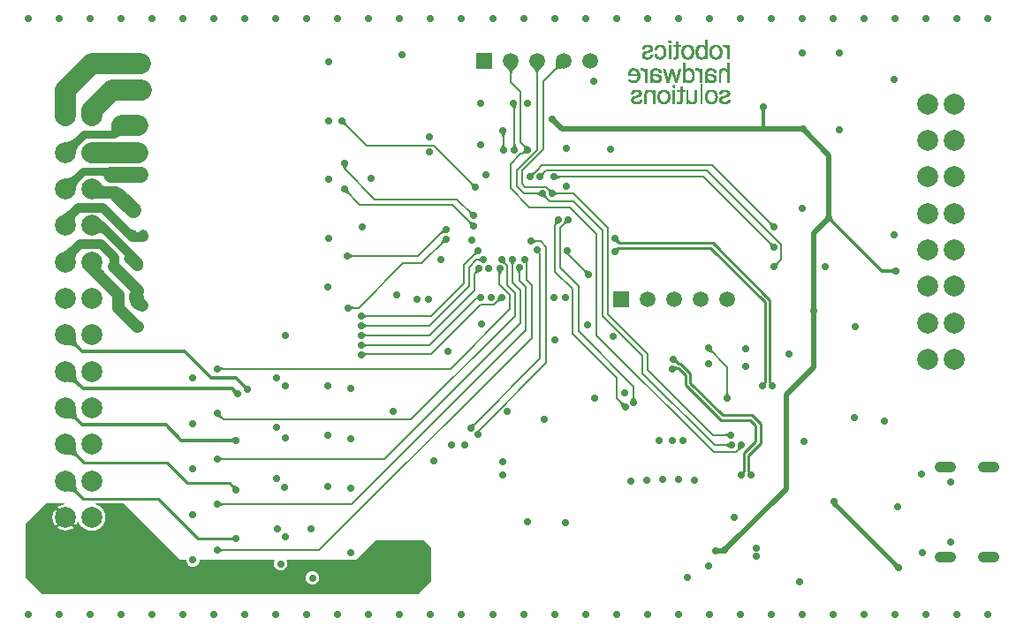
<source format=gbl>
G04*
G04 #@! TF.GenerationSoftware,Altium Limited,Altium Designer,24.4.1 (13)*
G04*
G04 Layer_Physical_Order=4*
G04 Layer_Color=16711680*
%FSLAX25Y25*%
%MOIN*%
G70*
G04*
G04 #@! TF.SameCoordinates,2AF86F0E-6A7C-4304-B1EE-54B698FFF254*
G04*
G04*
G04 #@! TF.FilePolarity,Positive*
G04*
G01*
G75*
%ADD10C,0.01000*%
%ADD12C,0.00787*%
%ADD14C,0.01575*%
%ADD16C,0.01181*%
%ADD20C,0.00100*%
%ADD110C,0.07874*%
%ADD114C,0.01098*%
%ADD115C,0.01968*%
%ADD117C,0.03150*%
%ADD119C,0.05906*%
%ADD120C,0.04724*%
%ADD121C,0.03543*%
%ADD123C,0.07874*%
%ADD124C,0.05906*%
%ADD125R,0.05906X0.05906*%
%ADD126C,0.02756*%
%ADD127O,0.08268X0.04134*%
%ADD128C,0.03937*%
G36*
X132297Y-117057D02*
X132410Y-117154D01*
X132525Y-117240D01*
X132640Y-117314D01*
X132755Y-117377D01*
X132872Y-117428D01*
X132990Y-117468D01*
X133108Y-117497D01*
X133228Y-117514D01*
X133348Y-117520D01*
Y-118307D01*
X133228Y-118313D01*
X133108Y-118330D01*
X132990Y-118359D01*
X132872Y-118398D01*
X132755Y-118450D01*
X132640Y-118513D01*
X132525Y-118587D01*
X132410Y-118673D01*
X132297Y-118770D01*
X132185Y-118878D01*
Y-116949D01*
X132297Y-117057D01*
D02*
G37*
G36*
Y-120699D02*
X132410Y-120796D01*
X132525Y-120882D01*
X132640Y-120956D01*
X132755Y-121019D01*
X132872Y-121070D01*
X132990Y-121110D01*
X133108Y-121139D01*
X133228Y-121156D01*
X133348Y-121161D01*
Y-121949D01*
X133228Y-121955D01*
X133108Y-121972D01*
X132990Y-122000D01*
X132872Y-122040D01*
X132755Y-122091D01*
X132640Y-122154D01*
X132525Y-122229D01*
X132410Y-122314D01*
X132297Y-122411D01*
X132185Y-122520D01*
Y-120591D01*
X132297Y-120699D01*
D02*
G37*
G36*
Y-124341D02*
X132410Y-124438D01*
X132525Y-124523D01*
X132640Y-124598D01*
X132755Y-124660D01*
X132872Y-124712D01*
X132990Y-124752D01*
X133108Y-124780D01*
X133228Y-124797D01*
X133348Y-124803D01*
Y-125591D01*
X133228Y-125596D01*
X133108Y-125613D01*
X132990Y-125642D01*
X132872Y-125682D01*
X132755Y-125733D01*
X132640Y-125796D01*
X132525Y-125870D01*
X132410Y-125956D01*
X132297Y-126053D01*
X132185Y-126161D01*
Y-124232D01*
X132297Y-124341D01*
D02*
G37*
G36*
X23625Y-125625D02*
X23690Y-126670D01*
X23752Y-127129D01*
X23833Y-127547D01*
X23933Y-127922D01*
X24052Y-128256D01*
X24190Y-128548D01*
X24348Y-128797D01*
X24525Y-129005D01*
X23690Y-129840D01*
X23482Y-129663D01*
X23233Y-129505D01*
X22941Y-129367D01*
X22607Y-129247D01*
X22232Y-129148D01*
X21814Y-129067D01*
X21355Y-129005D01*
X20310Y-128940D01*
X19724Y-128937D01*
X23622Y-125039D01*
X23625Y-125625D01*
D02*
G37*
G36*
X132297Y-128081D02*
X132410Y-128178D01*
X132525Y-128264D01*
X132640Y-128338D01*
X132755Y-128401D01*
X132872Y-128452D01*
X132990Y-128492D01*
X133108Y-128521D01*
X133228Y-128538D01*
X133348Y-128543D01*
Y-129331D01*
X133228Y-129336D01*
X133108Y-129353D01*
X132990Y-129382D01*
X132872Y-129422D01*
X132755Y-129473D01*
X132640Y-129536D01*
X132525Y-129610D01*
X132410Y-129696D01*
X132297Y-129793D01*
X132185Y-129902D01*
Y-127972D01*
X132297Y-128081D01*
D02*
G37*
G36*
X132096Y-131514D02*
X132367Y-131662D01*
X132498Y-131723D01*
X132751Y-131816D01*
X132873Y-131848D01*
X132992Y-131871D01*
X133108Y-131885D01*
X133221Y-131890D01*
X133402Y-132677D01*
X133277Y-132684D01*
X133157Y-132703D01*
X133041Y-132734D01*
X132931Y-132778D01*
X132825Y-132835D01*
X132724Y-132905D01*
X132628Y-132987D01*
X132537Y-133082D01*
X132450Y-133190D01*
X132369Y-133310D01*
X131955Y-131426D01*
X132096Y-131514D01*
D02*
G37*
G36*
X77868Y-136939D02*
X77981Y-137036D01*
X78095Y-137122D01*
X78210Y-137196D01*
X78326Y-137259D01*
X78443Y-137310D01*
X78561Y-137350D01*
X78679Y-137379D01*
X78799Y-137396D01*
X78919Y-137402D01*
Y-138189D01*
X78799Y-138195D01*
X78679Y-138212D01*
X78561Y-138240D01*
X78443Y-138280D01*
X78326Y-138332D01*
X78210Y-138394D01*
X78095Y-138469D01*
X77981Y-138554D01*
X77868Y-138651D01*
X77756Y-138760D01*
Y-136831D01*
X77868Y-136939D01*
D02*
G37*
G36*
X23625Y-139404D02*
X23690Y-140449D01*
X23752Y-140909D01*
X23833Y-141326D01*
X23933Y-141702D01*
X24052Y-142036D01*
X24190Y-142327D01*
X24348Y-142577D01*
X24525Y-142785D01*
X23690Y-143620D01*
X23482Y-143443D01*
X23233Y-143285D01*
X22941Y-143146D01*
X22607Y-143027D01*
X22232Y-142927D01*
X21814Y-142846D01*
X21355Y-142785D01*
X20310Y-142720D01*
X19724Y-142716D01*
X23622Y-138819D01*
X23625Y-139404D01*
D02*
G37*
G36*
X87441Y-143884D02*
X87543Y-143970D01*
X87646Y-144046D01*
X87749Y-144112D01*
X87852Y-144168D01*
X87955Y-144213D01*
X88059Y-144248D01*
X88163Y-144273D01*
X88267Y-144287D01*
X88372Y-144291D01*
X87008Y-145656D01*
X87004Y-145551D01*
X86989Y-145447D01*
X86965Y-145343D01*
X86930Y-145239D01*
X86884Y-145135D01*
X86829Y-145032D01*
X86763Y-144929D01*
X86687Y-144826D01*
X86600Y-144724D01*
X86503Y-144622D01*
X87339Y-143787D01*
X87441Y-143884D01*
D02*
G37*
G36*
X83504Y-145458D02*
X83606Y-145545D01*
X83709Y-145621D01*
X83812Y-145687D01*
X83915Y-145743D01*
X84018Y-145788D01*
X84122Y-145823D01*
X84226Y-145848D01*
X84330Y-145862D01*
X84435Y-145866D01*
X83071Y-147230D01*
X83067Y-147126D01*
X83052Y-147021D01*
X83028Y-146917D01*
X82993Y-146814D01*
X82947Y-146710D01*
X82892Y-146607D01*
X82826Y-146504D01*
X82750Y-146401D01*
X82663Y-146299D01*
X82566Y-146197D01*
X83401Y-145362D01*
X83504Y-145458D01*
D02*
G37*
G36*
X78152Y-154796D02*
X78164Y-154945D01*
X78184Y-155086D01*
X78213Y-155220D01*
X78250Y-155346D01*
X78297Y-155465D01*
X78351Y-155576D01*
X78415Y-155680D01*
X78487Y-155777D01*
X78568Y-155866D01*
X78012Y-156423D01*
X77922Y-156342D01*
X77826Y-156269D01*
X77722Y-156206D01*
X77610Y-156151D01*
X77492Y-156105D01*
X77365Y-156067D01*
X77232Y-156038D01*
X77090Y-156018D01*
X76942Y-156007D01*
X76785Y-156004D01*
X78149Y-154640D01*
X78152Y-154796D01*
D02*
G37*
G36*
X23625Y-153184D02*
X23690Y-154229D01*
X23752Y-154688D01*
X23833Y-155106D01*
X23933Y-155482D01*
X24052Y-155815D01*
X24190Y-156107D01*
X24348Y-156357D01*
X24525Y-156564D01*
X23690Y-157399D01*
X23482Y-157222D01*
X23233Y-157064D01*
X22941Y-156926D01*
X22607Y-156807D01*
X22232Y-156707D01*
X21814Y-156626D01*
X21355Y-156564D01*
X20310Y-156500D01*
X19724Y-156496D01*
X23622Y-152598D01*
X23625Y-153184D01*
D02*
G37*
G36*
X174339Y-158898D02*
X174258Y-158987D01*
X174185Y-159083D01*
X174122Y-159187D01*
X174067Y-159299D01*
X174020Y-159418D01*
X173983Y-159544D01*
X173954Y-159678D01*
X173934Y-159819D01*
X173923Y-159968D01*
X173920Y-160124D01*
X172556Y-158760D01*
X172712Y-158757D01*
X172860Y-158746D01*
X173002Y-158726D01*
X173135Y-158697D01*
X173262Y-158659D01*
X173381Y-158613D01*
X173492Y-158558D01*
X173596Y-158494D01*
X173693Y-158422D01*
X173782Y-158341D01*
X174339Y-158898D01*
D02*
G37*
G36*
X83071Y-165728D02*
X82994Y-165657D01*
X82910Y-165594D01*
X82819Y-165538D01*
X82721Y-165489D01*
X82616Y-165448D01*
X82503Y-165414D01*
X82384Y-165388D01*
X82258Y-165369D01*
X82124Y-165358D01*
X81983Y-165354D01*
Y-164173D01*
X82124Y-164170D01*
X82258Y-164158D01*
X82384Y-164140D01*
X82503Y-164113D01*
X82616Y-164080D01*
X82721Y-164039D01*
X82819Y-163990D01*
X82910Y-163934D01*
X82994Y-163870D01*
X83071Y-163799D01*
Y-165728D01*
D02*
G37*
G36*
X23625Y-166987D02*
X23742Y-168540D01*
X23818Y-168967D01*
X23912Y-169348D01*
X24024Y-169684D01*
X24155Y-169974D01*
X24303Y-170218D01*
X24470Y-170417D01*
X23763Y-171124D01*
X23564Y-170957D01*
X23320Y-170808D01*
X23030Y-170678D01*
X22695Y-170566D01*
X22313Y-170472D01*
X21887Y-170396D01*
X21415Y-170338D01*
X20333Y-170278D01*
X19724Y-170275D01*
X23622Y-166378D01*
X23625Y-166987D01*
D02*
G37*
G36*
X77868Y-170994D02*
X77981Y-171091D01*
X78095Y-171177D01*
X78210Y-171251D01*
X78326Y-171314D01*
X78443Y-171365D01*
X78561Y-171405D01*
X78679Y-171434D01*
X78799Y-171451D01*
X78919Y-171457D01*
Y-172244D01*
X78799Y-172250D01*
X78679Y-172267D01*
X78561Y-172295D01*
X78443Y-172335D01*
X78326Y-172387D01*
X78210Y-172450D01*
X78095Y-172524D01*
X77981Y-172609D01*
X77868Y-172706D01*
X77756Y-172815D01*
Y-170886D01*
X77868Y-170994D01*
D02*
G37*
G36*
X83013Y-181709D02*
X83113Y-181789D01*
X83217Y-181860D01*
X83324Y-181921D01*
X83435Y-181973D01*
X83549Y-182015D01*
X83667Y-182047D01*
X83788Y-182070D01*
X83913Y-182083D01*
X84041Y-182087D01*
X82677Y-183451D01*
X82674Y-183322D01*
X82661Y-183198D01*
X82638Y-183076D01*
X82605Y-182958D01*
X82563Y-182844D01*
X82512Y-182734D01*
X82450Y-182626D01*
X82380Y-182522D01*
X82299Y-182422D01*
X82209Y-182325D01*
X82916Y-181618D01*
X83013Y-181709D01*
D02*
G37*
G36*
X23625Y-180766D02*
X23742Y-182320D01*
X23818Y-182747D01*
X23912Y-183128D01*
X24024Y-183463D01*
X24155Y-183753D01*
X24303Y-183997D01*
X24470Y-184196D01*
X23763Y-184903D01*
X23564Y-184737D01*
X23320Y-184588D01*
X23030Y-184457D01*
X22695Y-184345D01*
X22313Y-184251D01*
X21887Y-184176D01*
X21415Y-184118D01*
X20333Y-184058D01*
X19724Y-184055D01*
X23622Y-180157D01*
X23625Y-180766D01*
D02*
G37*
G36*
X77868Y-188219D02*
X77981Y-188316D01*
X78095Y-188401D01*
X78210Y-188476D01*
X78326Y-188538D01*
X78443Y-188590D01*
X78561Y-188630D01*
X78679Y-188658D01*
X78799Y-188675D01*
X78919Y-188681D01*
Y-189469D01*
X78799Y-189474D01*
X78679Y-189491D01*
X78561Y-189520D01*
X78443Y-189560D01*
X78326Y-189611D01*
X78210Y-189674D01*
X78095Y-189748D01*
X77981Y-189834D01*
X77868Y-189931D01*
X77756Y-190039D01*
Y-188110D01*
X77868Y-188219D01*
D02*
G37*
G36*
X62795Y-209842D02*
X64963D01*
X65135Y-210039D01*
X65223Y-210707D01*
X65481Y-211330D01*
X65891Y-211864D01*
X66426Y-212275D01*
X67049Y-212532D01*
X67716Y-212620D01*
X68385Y-212532D01*
X69007Y-212275D01*
X69542Y-211864D01*
X69952Y-211330D01*
X70210Y-210707D01*
X70298Y-210039D01*
X70470Y-209842D01*
X98322D01*
X98507Y-210236D01*
X98294Y-210749D01*
X98206Y-211417D01*
X98294Y-212085D01*
X98552Y-212708D01*
X98962Y-213243D01*
X99497Y-213653D01*
X100119Y-213911D01*
X100787Y-213999D01*
X101455Y-213911D01*
X102078Y-213653D01*
X102612Y-213243D01*
X103023Y-212708D01*
X103281Y-212085D01*
X103368Y-211417D01*
X103281Y-210749D01*
X103068Y-210236D01*
X103253Y-209842D01*
X129331D01*
X136614Y-202559D01*
X154921D01*
X157480Y-205118D01*
Y-217913D01*
X152559Y-222835D01*
X10827D01*
X4528Y-216535D01*
Y-196260D01*
X12205Y-188583D01*
X19337D01*
X19363Y-188976D01*
X18400Y-189103D01*
X17203Y-189599D01*
X16648Y-190025D01*
X20103Y-193480D01*
X23558Y-196935D01*
X23984Y-196379D01*
X24287Y-195648D01*
X24713D01*
X25057Y-196479D01*
X25877Y-197548D01*
X26946Y-198368D01*
X28192Y-198884D01*
X29528Y-199060D01*
X30864Y-198884D01*
X32109Y-198368D01*
X33178Y-197548D01*
X33998Y-196479D01*
X34514Y-195234D01*
X34690Y-193898D01*
X34514Y-192562D01*
X33998Y-191316D01*
X33178Y-190247D01*
X32109Y-189427D01*
X31021Y-188976D01*
X31099Y-188583D01*
X41535D01*
X62795Y-209842D01*
D02*
G37*
G36*
X83071Y-202933D02*
X82978Y-202845D01*
X82880Y-202766D01*
X82778Y-202696D01*
X82672Y-202636D01*
X82562Y-202585D01*
X82447Y-202543D01*
X82328Y-202510D01*
X82204Y-202487D01*
X82076Y-202473D01*
X81944Y-202468D01*
Y-201468D01*
X82076Y-201464D01*
X82204Y-201450D01*
X82328Y-201427D01*
X82447Y-201394D01*
X82562Y-201352D01*
X82672Y-201301D01*
X82778Y-201241D01*
X82880Y-201171D01*
X82978Y-201092D01*
X83071Y-201004D01*
Y-202933D01*
D02*
G37*
G36*
X77868Y-205443D02*
X77981Y-205540D01*
X78095Y-205626D01*
X78210Y-205700D01*
X78326Y-205763D01*
X78443Y-205814D01*
X78561Y-205854D01*
X78679Y-205883D01*
X78799Y-205900D01*
X78919Y-205906D01*
Y-206693D01*
X78799Y-206699D01*
X78679Y-206716D01*
X78561Y-206744D01*
X78443Y-206784D01*
X78326Y-206836D01*
X78210Y-206898D01*
X78095Y-206973D01*
X77981Y-207058D01*
X77868Y-207155D01*
X77756Y-207264D01*
Y-205335D01*
X77868Y-205443D01*
D02*
G37*
G36*
X125298Y-44363D02*
X125309Y-44512D01*
X125329Y-44653D01*
X125358Y-44787D01*
X125396Y-44913D01*
X125442Y-45032D01*
X125497Y-45143D01*
X125561Y-45247D01*
X125633Y-45344D01*
X125714Y-45433D01*
X125157Y-45990D01*
X125068Y-45909D01*
X124972Y-45836D01*
X124868Y-45773D01*
X124756Y-45718D01*
X124637Y-45671D01*
X124511Y-45634D01*
X124377Y-45605D01*
X124236Y-45585D01*
X124087Y-45574D01*
X123931Y-45571D01*
X125295Y-44207D01*
X125298Y-44363D01*
D02*
G37*
G36*
X41274Y-49986D02*
X40852Y-50023D01*
X38960Y-50295D01*
X38909Y-50326D01*
X36682Y-48099D01*
X36713Y-48048D01*
X36745Y-47955D01*
X36777Y-47821D01*
X36844Y-47431D01*
X36949Y-46536D01*
X37022Y-45734D01*
X41274Y-49986D01*
D02*
G37*
G36*
X25020Y-52994D02*
X24752Y-53280D01*
X24512Y-53570D01*
X24300Y-53865D01*
X24117Y-54164D01*
X23963Y-54469D01*
X23838Y-54778D01*
X23741Y-55092D01*
X23673Y-55411D01*
X23633Y-55735D01*
X23622Y-56063D01*
X19724Y-52166D01*
X20053Y-52154D01*
X20376Y-52115D01*
X20695Y-52047D01*
X21009Y-51950D01*
X21318Y-51824D01*
X21623Y-51670D01*
X21923Y-51487D01*
X22218Y-51276D01*
X22508Y-51036D01*
X22793Y-50767D01*
X25020Y-52994D01*
D02*
G37*
G36*
X125819Y-61359D02*
X125730Y-61458D01*
X125651Y-61561D01*
X125583Y-61668D01*
X125525Y-61778D01*
X125478Y-61892D01*
X125441Y-62009D01*
X125415Y-62130D01*
X125399Y-62255D01*
X125394Y-62384D01*
X124606D01*
X124601Y-62255D01*
X124585Y-62130D01*
X124559Y-62009D01*
X124522Y-61892D01*
X124475Y-61778D01*
X124417Y-61668D01*
X124349Y-61561D01*
X124270Y-61458D01*
X124181Y-61359D01*
X124081Y-61263D01*
X125919D01*
X125819Y-61359D01*
D02*
G37*
G36*
X25020Y-66774D02*
X24752Y-67059D01*
X24512Y-67349D01*
X24300Y-67644D01*
X24117Y-67944D01*
X23963Y-68248D01*
X23838Y-68558D01*
X23741Y-68872D01*
X23673Y-69191D01*
X23633Y-69514D01*
X23622Y-69842D01*
X19724Y-65945D01*
X20053Y-65934D01*
X20376Y-65894D01*
X20695Y-65826D01*
X21009Y-65729D01*
X21318Y-65604D01*
X21623Y-65450D01*
X21923Y-65267D01*
X22218Y-65055D01*
X22508Y-64815D01*
X22793Y-64547D01*
X25020Y-66774D01*
D02*
G37*
G36*
X126381Y-70249D02*
X126392Y-70397D01*
X126412Y-70539D01*
X126441Y-70672D01*
X126479Y-70799D01*
X126525Y-70918D01*
X126580Y-71029D01*
X126643Y-71133D01*
X126716Y-71230D01*
X126797Y-71319D01*
X126240Y-71876D01*
X126151Y-71794D01*
X126054Y-71722D01*
X125950Y-71658D01*
X125839Y-71604D01*
X125720Y-71557D01*
X125594Y-71520D01*
X125460Y-71491D01*
X125319Y-71471D01*
X125170Y-71459D01*
X125014Y-71457D01*
X126378Y-70092D01*
X126381Y-70249D01*
D02*
G37*
G36*
X33201Y-68401D02*
X33316Y-68505D01*
X33472Y-68597D01*
X33669Y-68677D01*
X33906Y-68744D01*
X34184Y-68800D01*
X34502Y-68842D01*
X35261Y-68892D01*
X35702Y-68898D01*
X33119Y-73622D01*
X31197Y-73448D01*
X33126Y-68284D01*
X33201Y-68401D01*
D02*
G37*
G36*
X24304Y-79382D02*
X24020Y-79684D01*
X23776Y-79978D01*
X23574Y-80266D01*
X23412Y-80547D01*
X23291Y-80822D01*
X23210Y-81090D01*
X23171Y-81351D01*
X23172Y-81605D01*
X23214Y-81853D01*
X23297Y-82094D01*
X18190Y-80019D01*
X18356Y-79942D01*
X18537Y-79840D01*
X18733Y-79714D01*
X19172Y-79387D01*
X19671Y-78962D01*
X20535Y-78140D01*
X24304Y-79382D01*
D02*
G37*
G36*
X36370Y-84455D02*
X34452Y-87548D01*
X34146Y-87257D01*
X33855Y-87012D01*
X33579Y-86811D01*
X33318Y-86656D01*
X33071Y-86546D01*
X32840Y-86481D01*
X32623Y-86461D01*
X32422Y-86487D01*
X32235Y-86557D01*
X32063Y-86673D01*
X32836Y-81528D01*
X36370Y-84455D01*
D02*
G37*
G36*
X24565Y-93491D02*
X24283Y-93791D01*
X24038Y-94086D01*
X23831Y-94377D01*
X23662Y-94664D01*
X23532Y-94946D01*
X23439Y-95223D01*
X23385Y-95496D01*
X23369Y-95765D01*
X23390Y-96030D01*
X23450Y-96290D01*
X18609Y-93654D01*
X18832Y-93580D01*
X19063Y-93482D01*
X19302Y-93360D01*
X19550Y-93214D01*
X19806Y-93044D01*
X20342Y-92633D01*
X20623Y-92391D01*
X21209Y-91836D01*
X24565Y-93491D01*
D02*
G37*
G36*
X39880Y-97990D02*
X36104D01*
X36126Y-97939D01*
X36146Y-97848D01*
X36163Y-97716D01*
X36191Y-97332D01*
X36220Y-95669D01*
X39764D01*
X39880Y-97990D01*
D02*
G37*
G36*
X33039Y-99274D02*
X33040Y-99422D01*
X33080Y-99591D01*
X33158Y-99781D01*
X33274Y-99993D01*
X33428Y-100224D01*
X33620Y-100478D01*
X34120Y-101047D01*
X34428Y-101363D01*
X30867Y-104484D01*
X27940Y-101044D01*
X33076Y-99147D01*
X33039Y-99274D01*
D02*
G37*
G36*
X173259Y-67674D02*
X173355Y-67746D01*
X173459Y-67810D01*
X173571Y-67865D01*
X173689Y-67911D01*
X173816Y-67949D01*
X173950Y-67977D01*
X174091Y-67998D01*
X174240Y-68009D01*
X174396Y-68012D01*
X173032Y-69376D01*
X173029Y-69220D01*
X173017Y-69071D01*
X172997Y-68930D01*
X172968Y-68796D01*
X172931Y-68670D01*
X172885Y-68551D01*
X172830Y-68439D01*
X172766Y-68335D01*
X172694Y-68239D01*
X172613Y-68150D01*
X173170Y-67593D01*
X173259Y-67674D01*
D02*
G37*
G36*
X172471Y-78304D02*
X172568Y-78376D01*
X172672Y-78440D01*
X172783Y-78495D01*
X172902Y-78541D01*
X173028Y-78579D01*
X173162Y-78607D01*
X173303Y-78628D01*
X173452Y-78639D01*
X173608Y-78642D01*
X172244Y-80006D01*
X172241Y-79850D01*
X172230Y-79701D01*
X172210Y-79560D01*
X172181Y-79426D01*
X172143Y-79300D01*
X172097Y-79181D01*
X172042Y-79069D01*
X171979Y-78965D01*
X171906Y-78869D01*
X171825Y-78780D01*
X172382Y-78223D01*
X172471Y-78304D01*
D02*
G37*
G36*
Y-82143D02*
X172568Y-82215D01*
X172672Y-82279D01*
X172783Y-82333D01*
X172902Y-82380D01*
X173028Y-82417D01*
X173162Y-82446D01*
X173303Y-82466D01*
X173452Y-82478D01*
X173608Y-82480D01*
X172244Y-83845D01*
X172241Y-83688D01*
X172230Y-83540D01*
X172210Y-83398D01*
X172181Y-83265D01*
X172143Y-83138D01*
X172097Y-83019D01*
X172042Y-82908D01*
X171979Y-82804D01*
X171906Y-82707D01*
X171825Y-82618D01*
X172382Y-82061D01*
X172471Y-82143D01*
D02*
G37*
G36*
X162875Y-86559D02*
X162737Y-86524D01*
X162604Y-86503D01*
X162476Y-86495D01*
X162353Y-86500D01*
X162235Y-86518D01*
X162122Y-86550D01*
X162013Y-86595D01*
X161910Y-86653D01*
X161811Y-86724D01*
X161718Y-86809D01*
X161327Y-86086D01*
X161402Y-86005D01*
X161473Y-85916D01*
X161542Y-85817D01*
X161607Y-85709D01*
X161670Y-85593D01*
X161785Y-85332D01*
X161838Y-85189D01*
X161934Y-84875D01*
X162875Y-86559D01*
D02*
G37*
G36*
X163175Y-90157D02*
X163019Y-90160D01*
X162870Y-90172D01*
X162729Y-90192D01*
X162595Y-90221D01*
X162469Y-90258D01*
X162350Y-90304D01*
X162239Y-90359D01*
X162135Y-90423D01*
X162038Y-90495D01*
X161949Y-90576D01*
X161392Y-90020D01*
X161473Y-89930D01*
X161546Y-89834D01*
X161609Y-89730D01*
X161664Y-89618D01*
X161710Y-89499D01*
X161748Y-89373D01*
X161777Y-89239D01*
X161797Y-89098D01*
X161808Y-88950D01*
X161811Y-88793D01*
X163175Y-90157D01*
D02*
G37*
G36*
X175380Y-94488D02*
X175224Y-94491D01*
X175075Y-94502D01*
X174934Y-94523D01*
X174800Y-94551D01*
X174674Y-94589D01*
X174555Y-94635D01*
X174443Y-94690D01*
X174339Y-94754D01*
X174243Y-94826D01*
X174154Y-94907D01*
X173597Y-94350D01*
X173678Y-94261D01*
X173750Y-94165D01*
X173814Y-94061D01*
X173869Y-93949D01*
X173915Y-93830D01*
X173953Y-93704D01*
X173981Y-93570D01*
X174002Y-93429D01*
X174013Y-93280D01*
X174016Y-93124D01*
X175380Y-94488D01*
D02*
G37*
G36*
X126982Y-94419D02*
X127095Y-94516D01*
X127210Y-94602D01*
X127325Y-94676D01*
X127441Y-94739D01*
X127557Y-94791D01*
X127675Y-94831D01*
X127793Y-94859D01*
X127913Y-94876D01*
X128033Y-94882D01*
Y-95669D01*
X127913Y-95675D01*
X127793Y-95692D01*
X127675Y-95721D01*
X127557Y-95761D01*
X127441Y-95812D01*
X127325Y-95875D01*
X127210Y-95949D01*
X127095Y-96035D01*
X126982Y-96132D01*
X126870Y-96240D01*
Y-94311D01*
X126982Y-94419D01*
D02*
G37*
G36*
X176378Y-97618D02*
X176266Y-97510D01*
X176153Y-97413D01*
X176038Y-97327D01*
X175923Y-97253D01*
X175807Y-97190D01*
X175691Y-97139D01*
X175573Y-97099D01*
X175455Y-97070D01*
X175335Y-97053D01*
X175215Y-97047D01*
Y-96260D01*
X175335Y-96254D01*
X175455Y-96237D01*
X175573Y-96209D01*
X175691Y-96169D01*
X175807Y-96117D01*
X175923Y-96054D01*
X176038Y-95980D01*
X176153Y-95894D01*
X176266Y-95797D01*
X176378Y-95689D01*
Y-97618D01*
D02*
G37*
G36*
X175856Y-101329D02*
X175694Y-101376D01*
X175263Y-101535D01*
X175138Y-101595D01*
X174913Y-101722D01*
X174815Y-101791D01*
X174725Y-101863D01*
X174644Y-101937D01*
X173921Y-101547D01*
X174006Y-101453D01*
X174077Y-101355D01*
X174135Y-101251D01*
X174180Y-101143D01*
X174212Y-101030D01*
X174230Y-100911D01*
X174235Y-100788D01*
X174227Y-100661D01*
X174205Y-100528D01*
X174170Y-100390D01*
X175856Y-101329D01*
D02*
G37*
G36*
X175215Y-111665D02*
X175208Y-111662D01*
X175191Y-111660D01*
X175162Y-111658D01*
X174667Y-111652D01*
Y-110865D01*
X174730Y-110864D01*
X174918Y-110853D01*
X174949Y-110848D01*
X174972Y-110842D01*
X174989Y-110835D01*
X175000Y-110827D01*
X175004Y-110818D01*
X175215Y-111665D01*
D02*
G37*
G36*
X127278Y-113908D02*
X127391Y-114005D01*
X127505Y-114090D01*
X127620Y-114165D01*
X127736Y-114227D01*
X127852Y-114279D01*
X127970Y-114319D01*
X128089Y-114347D01*
X128208Y-114364D01*
X128328Y-114370D01*
Y-115157D01*
X128208Y-115163D01*
X128089Y-115180D01*
X127970Y-115209D01*
X127852Y-115249D01*
X127736Y-115300D01*
X127620Y-115363D01*
X127505Y-115437D01*
X127391Y-115523D01*
X127278Y-115620D01*
X127165Y-115728D01*
Y-113799D01*
X127278Y-113908D01*
D02*
G37*
G36*
X196274Y-88711D02*
X196387Y-88808D01*
X196501Y-88894D01*
X196616Y-88968D01*
X196732Y-89030D01*
X196849Y-89082D01*
X196966Y-89122D01*
X197085Y-89150D01*
X197204Y-89167D01*
X197325Y-89173D01*
Y-89961D01*
X197204Y-89966D01*
X197085Y-89983D01*
X196966Y-90012D01*
X196849Y-90052D01*
X196732Y-90103D01*
X196616Y-90166D01*
X196501Y-90240D01*
X196387Y-90326D01*
X196274Y-90423D01*
X196161Y-90531D01*
Y-88602D01*
X196274Y-88711D01*
D02*
G37*
G36*
X228335Y-88963D02*
X228343Y-89046D01*
X228364Y-89132D01*
X228396Y-89221D01*
X228440Y-89313D01*
X228495Y-89408D01*
X228563Y-89506D01*
X228642Y-89607D01*
X228732Y-89711D01*
X228835Y-89818D01*
X228059Y-90594D01*
X227952Y-90492D01*
X227747Y-90322D01*
X227649Y-90254D01*
X227554Y-90199D01*
X227462Y-90155D01*
X227373Y-90123D01*
X227287Y-90102D01*
X227204Y-90094D01*
X227123Y-90097D01*
X228338Y-88883D01*
X228335Y-88963D01*
D02*
G37*
G36*
X285759Y-90115D02*
X285855Y-90187D01*
X285959Y-90251D01*
X286071Y-90306D01*
X286189Y-90352D01*
X286316Y-90390D01*
X286450Y-90418D01*
X286591Y-90439D01*
X286739Y-90450D01*
X286896Y-90453D01*
X285532Y-91817D01*
X285529Y-91661D01*
X285517Y-91512D01*
X285497Y-91371D01*
X285468Y-91237D01*
X285431Y-91111D01*
X285385Y-90992D01*
X285330Y-90880D01*
X285266Y-90776D01*
X285194Y-90680D01*
X285113Y-90591D01*
X285669Y-90034D01*
X285759Y-90115D01*
D02*
G37*
G36*
X228835Y-92512D02*
X228732Y-92619D01*
X228563Y-92824D01*
X228495Y-92922D01*
X228440Y-93017D01*
X228396Y-93109D01*
X228364Y-93198D01*
X228343Y-93284D01*
X228335Y-93367D01*
X228338Y-93447D01*
X227123Y-92233D01*
X227204Y-92236D01*
X227287Y-92227D01*
X227373Y-92207D01*
X227462Y-92175D01*
X227554Y-92131D01*
X227649Y-92075D01*
X227747Y-92008D01*
X227848Y-91929D01*
X227952Y-91838D01*
X228059Y-91736D01*
X228835Y-92512D01*
D02*
G37*
G36*
X185603Y-96886D02*
X185599Y-97028D01*
X185606Y-97165D01*
X185623Y-97295D01*
X185652Y-97419D01*
X185691Y-97536D01*
X185741Y-97647D01*
X185802Y-97751D01*
X185874Y-97849D01*
X185957Y-97940D01*
X185328Y-98425D01*
X185242Y-98346D01*
X185148Y-98274D01*
X185045Y-98208D01*
X184934Y-98148D01*
X184816Y-98095D01*
X184688Y-98048D01*
X184553Y-98007D01*
X184409Y-97972D01*
X184097Y-97922D01*
X185618Y-96736D01*
X185603Y-96886D01*
D02*
G37*
G36*
X189141Y-97632D02*
X189044Y-97745D01*
X188959Y-97859D01*
X188885Y-97974D01*
X188822Y-98090D01*
X188770Y-98207D01*
X188731Y-98325D01*
X188702Y-98443D01*
X188685Y-98563D01*
X188679Y-98683D01*
X187892D01*
X187886Y-98563D01*
X187869Y-98443D01*
X187840Y-98325D01*
X187800Y-98207D01*
X187749Y-98090D01*
X187686Y-97974D01*
X187612Y-97859D01*
X187526Y-97745D01*
X187429Y-97632D01*
X187321Y-97520D01*
X189250D01*
X189141Y-97632D01*
D02*
G37*
G36*
X288706Y-98071D02*
X288625Y-98160D01*
X288553Y-98257D01*
X288489Y-98361D01*
X288434Y-98472D01*
X288388Y-98591D01*
X288351Y-98717D01*
X288322Y-98851D01*
X288301Y-98992D01*
X288290Y-99141D01*
X288287Y-99297D01*
X286923Y-97933D01*
X287079Y-97930D01*
X287228Y-97919D01*
X287369Y-97899D01*
X287503Y-97870D01*
X287629Y-97832D01*
X287748Y-97786D01*
X287860Y-97731D01*
X287964Y-97668D01*
X288060Y-97595D01*
X288149Y-97514D01*
X288706Y-98071D01*
D02*
G37*
G36*
X191701Y-100588D02*
X191604Y-100701D01*
X191518Y-100815D01*
X191444Y-100930D01*
X191381Y-101046D01*
X191330Y-101163D01*
X191290Y-101280D01*
X191261Y-101399D01*
X191244Y-101518D01*
X191238Y-101639D01*
X190451D01*
X190445Y-101518D01*
X190428Y-101399D01*
X190399Y-101280D01*
X190359Y-101163D01*
X190308Y-101046D01*
X190245Y-100930D01*
X190171Y-100815D01*
X190085Y-100701D01*
X189988Y-100588D01*
X189880Y-100475D01*
X191809D01*
X191701Y-100588D01*
D02*
G37*
G36*
X331890Y-101850D02*
X331813Y-101779D01*
X331729Y-101716D01*
X331638Y-101660D01*
X331540Y-101611D01*
X331435Y-101570D01*
X331322Y-101536D01*
X331203Y-101510D01*
X331077Y-101491D01*
X330943Y-101480D01*
X330802Y-101476D01*
Y-100295D01*
X330943Y-100292D01*
X331077Y-100280D01*
X331203Y-100262D01*
X331322Y-100235D01*
X331435Y-100202D01*
X331540Y-100161D01*
X331638Y-100112D01*
X331729Y-100056D01*
X331813Y-99992D01*
X331890Y-99921D01*
Y-101850D01*
D02*
G37*
G36*
X215714Y-100415D02*
X215811Y-100487D01*
X215915Y-100551D01*
X216026Y-100606D01*
X216145Y-100652D01*
X216272Y-100690D01*
X216406Y-100718D01*
X216547Y-100739D01*
X216695Y-100750D01*
X216851Y-100753D01*
X215487Y-102117D01*
X215485Y-101961D01*
X215473Y-101812D01*
X215453Y-101671D01*
X215424Y-101537D01*
X215387Y-101411D01*
X215340Y-101292D01*
X215285Y-101180D01*
X215222Y-101076D01*
X215150Y-100980D01*
X215069Y-100891D01*
X215625Y-100334D01*
X215714Y-100415D01*
D02*
G37*
G36*
X184393Y-101215D02*
X184273Y-101296D01*
X184165Y-101383D01*
X184070Y-101474D01*
X183988Y-101570D01*
X183918Y-101671D01*
X183861Y-101777D01*
X183817Y-101887D01*
X183785Y-102003D01*
X183766Y-102123D01*
X183760Y-102248D01*
X182972Y-102067D01*
X182968Y-101954D01*
X182954Y-101838D01*
X182931Y-101719D01*
X182898Y-101597D01*
X182856Y-101472D01*
X182805Y-101344D01*
X182675Y-101079D01*
X182597Y-100942D01*
X182508Y-100801D01*
X184393Y-101215D01*
D02*
G37*
G36*
X183985Y-112293D02*
X183835Y-112279D01*
X183691Y-112276D01*
X183554Y-112284D01*
X183423Y-112302D01*
X183300Y-112332D01*
X183182Y-112372D01*
X183071Y-112422D01*
X182967Y-112483D01*
X182869Y-112555D01*
X182778Y-112638D01*
X182287Y-112015D01*
X182366Y-111929D01*
X182438Y-111835D01*
X182504Y-111732D01*
X182564Y-111621D01*
X182616Y-111502D01*
X182663Y-111375D01*
X182703Y-111239D01*
X182736Y-111095D01*
X182763Y-110944D01*
X182783Y-110784D01*
X183985Y-112293D01*
D02*
G37*
G36*
X263487Y-130190D02*
X263498Y-130338D01*
X263519Y-130480D01*
X263547Y-130613D01*
X263585Y-130740D01*
X263631Y-130859D01*
X263686Y-130970D01*
X263750Y-131074D01*
X263822Y-131171D01*
X263903Y-131260D01*
X263346Y-131816D01*
X263257Y-131735D01*
X263161Y-131663D01*
X263057Y-131599D01*
X262945Y-131544D01*
X262826Y-131498D01*
X262700Y-131461D01*
X262566Y-131432D01*
X262425Y-131412D01*
X262276Y-131400D01*
X262120Y-131398D01*
X263484Y-130034D01*
X263487Y-130190D01*
D02*
G37*
G36*
X250341Y-134103D02*
X250375Y-134212D01*
X250416Y-134319D01*
X250465Y-134426D01*
X250521Y-134530D01*
X250585Y-134634D01*
X250656Y-134736D01*
X250735Y-134837D01*
X250915Y-135035D01*
X250322Y-135994D01*
X250220Y-135899D01*
X250118Y-135817D01*
X250015Y-135748D01*
X249911Y-135691D01*
X249806Y-135646D01*
X249700Y-135615D01*
X249593Y-135595D01*
X249485Y-135589D01*
X249376Y-135594D01*
X249267Y-135613D01*
X250314Y-133993D01*
X250341Y-134103D01*
D02*
G37*
G36*
X249590Y-136801D02*
X249687Y-136864D01*
X249788Y-136919D01*
X249895Y-136967D01*
X250007Y-137008D01*
X250123Y-137041D01*
X250244Y-137066D01*
X250371Y-137085D01*
X250502Y-137096D01*
X250638Y-137100D01*
X250767Y-138197D01*
X250629Y-138202D01*
X250498Y-138215D01*
X250374Y-138238D01*
X250258Y-138270D01*
X250148Y-138310D01*
X250045Y-138360D01*
X249949Y-138419D01*
X249860Y-138487D01*
X249778Y-138564D01*
X249703Y-138649D01*
X249498Y-136731D01*
X249590Y-136801D01*
D02*
G37*
G36*
X269691Y-146890D02*
X269708Y-147010D01*
X269736Y-147128D01*
X269776Y-147246D01*
X269828Y-147363D01*
X269890Y-147479D01*
X269965Y-147594D01*
X270050Y-147708D01*
X270147Y-147821D01*
X270256Y-147933D01*
X268327D01*
X268435Y-147821D01*
X268532Y-147708D01*
X268618Y-147594D01*
X268692Y-147479D01*
X268755Y-147363D01*
X268806Y-147246D01*
X268846Y-147128D01*
X268875Y-147010D01*
X268892Y-146890D01*
X268898Y-146770D01*
X269685D01*
X269691Y-146890D01*
D02*
G37*
G36*
X234339Y-148482D02*
X234356Y-148602D01*
X234385Y-148720D01*
X234425Y-148838D01*
X234476Y-148955D01*
X234539Y-149071D01*
X234613Y-149186D01*
X234699Y-149300D01*
X234796Y-149413D01*
X234904Y-149525D01*
X232975D01*
X233084Y-149413D01*
X233180Y-149300D01*
X233266Y-149186D01*
X233340Y-149071D01*
X233403Y-148955D01*
X233454Y-148838D01*
X233494Y-148720D01*
X233523Y-148602D01*
X233540Y-148482D01*
X233546Y-148362D01*
X234333D01*
X234339Y-148482D01*
D02*
G37*
G36*
X229656Y-150450D02*
X229753Y-150522D01*
X229857Y-150586D01*
X229968Y-150640D01*
X230087Y-150687D01*
X230213Y-150724D01*
X230347Y-150753D01*
X230488Y-150773D01*
X230637Y-150785D01*
X230793Y-150787D01*
X229429Y-152152D01*
X229427Y-151995D01*
X229415Y-151847D01*
X229395Y-151706D01*
X229366Y-151572D01*
X229328Y-151445D01*
X229282Y-151327D01*
X229227Y-151215D01*
X229164Y-151111D01*
X229091Y-151014D01*
X229010Y-150925D01*
X229567Y-150369D01*
X229656Y-150450D01*
D02*
G37*
G36*
X269685Y-163760D02*
X269573Y-163651D01*
X269460Y-163554D01*
X269345Y-163469D01*
X269231Y-163394D01*
X269115Y-163332D01*
X268998Y-163280D01*
X268880Y-163240D01*
X268762Y-163212D01*
X268642Y-163195D01*
X268522Y-163189D01*
Y-162402D01*
X268642Y-162396D01*
X268762Y-162379D01*
X268880Y-162350D01*
X268998Y-162310D01*
X269115Y-162259D01*
X269231Y-162196D01*
X269345Y-162122D01*
X269460Y-162036D01*
X269573Y-161939D01*
X269685Y-161831D01*
Y-163760D01*
D02*
G37*
G36*
X269882Y-167598D02*
X269770Y-167490D01*
X269656Y-167393D01*
X269542Y-167307D01*
X269427Y-167233D01*
X269311Y-167170D01*
X269195Y-167119D01*
X269077Y-167079D01*
X268959Y-167050D01*
X268839Y-167033D01*
X268719Y-167028D01*
Y-166240D01*
X268839Y-166234D01*
X268959Y-166217D01*
X269077Y-166189D01*
X269195Y-166149D01*
X269311Y-166097D01*
X269427Y-166035D01*
X269542Y-165960D01*
X269656Y-165875D01*
X269770Y-165778D01*
X269882Y-165669D01*
Y-167598D01*
D02*
G37*
G36*
X274970Y-168085D02*
X274808Y-168119D01*
X274511Y-168203D01*
X274376Y-168252D01*
X274249Y-168305D01*
X274131Y-168363D01*
X274021Y-168426D01*
X273920Y-168494D01*
X273828Y-168566D01*
X273745Y-168643D01*
X273068Y-168206D01*
X273151Y-168114D01*
X273223Y-168015D01*
X273283Y-167911D01*
X273330Y-167801D01*
X273365Y-167686D01*
X273388Y-167565D01*
X273399Y-167438D01*
X273397Y-167306D01*
X273384Y-167168D01*
X273358Y-167024D01*
X274970Y-168085D01*
D02*
G37*
G36*
X310793Y-188601D02*
X310791Y-188660D01*
X310803Y-188726D01*
X310828Y-188798D01*
X310867Y-188876D01*
X310919Y-188961D01*
X310985Y-189052D01*
X311065Y-189149D01*
X311264Y-189363D01*
X310087Y-190413D01*
X309018Y-189264D01*
X310808Y-188548D01*
X310793Y-188601D01*
D02*
G37*
G36*
X333141Y-211237D02*
X333433Y-211491D01*
X333517Y-211553D01*
X333595Y-211604D01*
X333667Y-211643D01*
X333733Y-211671D01*
X333792Y-211688D01*
X333844Y-211693D01*
X332480Y-213057D01*
X332475Y-213004D01*
X332459Y-212945D01*
X332431Y-212880D01*
X332392Y-212808D01*
X332341Y-212730D01*
X332279Y-212645D01*
X332121Y-212457D01*
X331917Y-212243D01*
X333031Y-211130D01*
X333141Y-211237D01*
D02*
G37*
G36*
X189485Y-23887D02*
X188950Y-24487D01*
X188732Y-24767D01*
X188548Y-25033D01*
X188398Y-25285D01*
X188280Y-25523D01*
X188197Y-25747D01*
X188147Y-25958D01*
X188130Y-26155D01*
X187343D01*
X187326Y-25958D01*
X187276Y-25747D01*
X187192Y-25523D01*
X187075Y-25285D01*
X186924Y-25033D01*
X186740Y-24767D01*
X186523Y-24487D01*
X185987Y-23887D01*
X185669Y-23565D01*
X189803D01*
X189485Y-23887D01*
D02*
G37*
G36*
X199658Y-23698D02*
X199330Y-23989D01*
X198778Y-24542D01*
X198554Y-24804D01*
X198364Y-25057D01*
X198209Y-25300D01*
X198088Y-25533D01*
X198002Y-25756D01*
X197950Y-25970D01*
X197933Y-26175D01*
X197146Y-26121D01*
X197129Y-25934D01*
X197081Y-25728D01*
X197001Y-25504D01*
X196888Y-25262D01*
X196743Y-25001D01*
X196565Y-24722D01*
X196114Y-24109D01*
X195840Y-23775D01*
X195533Y-23423D01*
X199658Y-23698D01*
D02*
G37*
G36*
X189759Y-38340D02*
X189591Y-38774D01*
X189550Y-38908D01*
X189491Y-39158D01*
X189472Y-39274D01*
X189461Y-39385D01*
X189457Y-39490D01*
X188670Y-39800D01*
X188663Y-39673D01*
X188644Y-39553D01*
X188611Y-39441D01*
X188566Y-39335D01*
X188508Y-39237D01*
X188437Y-39147D01*
X188352Y-39063D01*
X188255Y-38987D01*
X188145Y-38919D01*
X188022Y-38857D01*
X189830Y-38184D01*
X189759Y-38340D01*
D02*
G37*
G36*
X185637Y-49098D02*
X185543Y-49215D01*
X185459Y-49333D01*
X185387Y-49451D01*
X185326Y-49569D01*
X185276Y-49687D01*
X185237Y-49806D01*
X185209Y-49925D01*
X185193Y-50044D01*
X185187Y-50163D01*
X184400Y-50192D01*
X184394Y-50071D01*
X184376Y-49952D01*
X184347Y-49833D01*
X184306Y-49717D01*
X184254Y-49602D01*
X184189Y-49488D01*
X184113Y-49376D01*
X184026Y-49266D01*
X183926Y-49157D01*
X183815Y-49049D01*
X185743Y-48981D01*
X185637Y-49098D01*
D02*
G37*
G36*
X189463Y-53080D02*
X189480Y-53199D01*
X189508Y-53318D01*
X189549Y-53435D01*
X189600Y-53552D01*
X189663Y-53668D01*
X189737Y-53783D01*
X189822Y-53897D01*
X189920Y-54010D01*
X190028Y-54123D01*
X188099D01*
X188207Y-54010D01*
X188304Y-53897D01*
X188390Y-53783D01*
X188464Y-53668D01*
X188527Y-53552D01*
X188578Y-53435D01*
X188618Y-53318D01*
X188647Y-53199D01*
X188664Y-53080D01*
X188670Y-52960D01*
X189457D01*
X189463Y-53080D01*
D02*
G37*
G36*
X185193Y-53177D02*
X185210Y-53297D01*
X185240Y-53415D01*
X185281Y-53531D01*
X185333Y-53646D01*
X185397Y-53760D01*
X185473Y-53872D01*
X185561Y-53982D01*
X185660Y-54091D01*
X185771Y-54199D01*
X183843Y-54268D01*
X183949Y-54150D01*
X184044Y-54033D01*
X184127Y-53915D01*
X184199Y-53797D01*
X184261Y-53679D01*
X184311Y-53561D01*
X184350Y-53442D01*
X184377Y-53323D01*
X184394Y-53204D01*
X184400Y-53085D01*
X185187Y-53056D01*
X185193Y-53177D01*
D02*
G37*
G36*
X192978Y-53299D02*
X193071Y-53371D01*
X193172Y-53438D01*
X193282Y-53500D01*
X193401Y-53556D01*
X193528Y-53607D01*
X193664Y-53653D01*
X193960Y-53729D01*
X194122Y-53759D01*
X192564Y-54852D01*
X193582Y-56459D01*
X193440Y-56432D01*
X193303Y-56416D01*
X193171Y-56413D01*
X193045Y-56422D01*
X192925Y-56444D01*
X192810Y-56478D01*
X192701Y-56525D01*
X192597Y-56584D01*
X192498Y-56656D01*
X192405Y-56740D01*
X191980Y-56052D01*
X192056Y-55969D01*
X192128Y-55877D01*
X192196Y-55777D01*
X192260Y-55668D01*
X192319Y-55550D01*
X192374Y-55423D01*
X192471Y-55144D01*
X192513Y-54991D01*
X192545Y-54852D01*
X192564Y-54721D01*
X192575Y-54581D01*
X192573Y-54447D01*
X192560Y-54319D01*
X192535Y-54197D01*
X192498Y-54081D01*
X192450Y-53970D01*
X192390Y-53866D01*
X192318Y-53768D01*
X192235Y-53676D01*
X192893Y-53221D01*
X192978Y-53299D01*
D02*
G37*
G36*
X196750Y-64066D02*
X196668Y-64156D01*
X196596Y-64253D01*
X196533Y-64357D01*
X196480Y-64469D01*
X196436Y-64587D01*
X196401Y-64713D01*
X196376Y-64846D01*
X196360Y-64986D01*
X196354Y-65133D01*
X196357Y-65287D01*
X194940Y-63977D01*
X195098Y-63968D01*
X195248Y-63952D01*
X195391Y-63927D01*
X195525Y-63894D01*
X195652Y-63854D01*
X195771Y-63806D01*
X195882Y-63749D01*
X195986Y-63685D01*
X196082Y-63612D01*
X196170Y-63532D01*
X196750Y-64066D01*
D02*
G37*
G36*
X200320Y-64114D02*
X200239Y-64203D01*
X200167Y-64300D01*
X200103Y-64404D01*
X200048Y-64515D01*
X200002Y-64634D01*
X199965Y-64761D01*
X199936Y-64894D01*
X199916Y-65036D01*
X199904Y-65184D01*
X199901Y-65341D01*
X198537Y-63976D01*
X198694Y-63974D01*
X198842Y-63962D01*
X198984Y-63942D01*
X199117Y-63913D01*
X199244Y-63876D01*
X199363Y-63829D01*
X199474Y-63775D01*
X199578Y-63711D01*
X199674Y-63639D01*
X199764Y-63558D01*
X200320Y-64114D01*
D02*
G37*
G36*
X198622Y-72618D02*
X198510Y-72510D01*
X198397Y-72413D01*
X198283Y-72327D01*
X198168Y-72253D01*
X198052Y-72190D01*
X197935Y-72139D01*
X197817Y-72099D01*
X197699Y-72070D01*
X197579Y-72053D01*
X197459Y-72047D01*
Y-71260D01*
X197579Y-71254D01*
X197699Y-71237D01*
X197817Y-71209D01*
X197935Y-71169D01*
X198052Y-71117D01*
X198168Y-71054D01*
X198283Y-70980D01*
X198397Y-70894D01*
X198510Y-70797D01*
X198622Y-70689D01*
Y-72618D01*
D02*
G37*
G36*
X200980Y-71875D02*
X200986Y-72022D01*
X201002Y-72162D01*
X201027Y-72295D01*
X201062Y-72421D01*
X201106Y-72539D01*
X201159Y-72651D01*
X201222Y-72755D01*
X201294Y-72852D01*
X201376Y-72942D01*
X200796Y-73476D01*
X200708Y-73396D01*
X200612Y-73323D01*
X200508Y-73259D01*
X200397Y-73202D01*
X200278Y-73154D01*
X200151Y-73113D01*
X200017Y-73081D01*
X199874Y-73056D01*
X199724Y-73040D01*
X199566Y-73031D01*
X200983Y-71721D01*
X200980Y-71875D01*
D02*
G37*
G36*
X207707Y-24409D02*
X207255Y-24412D01*
X206451Y-24458D01*
X206100Y-24502D01*
X205782Y-24559D01*
X205497Y-24631D01*
X205246Y-24717D01*
X205028Y-24816D01*
X204844Y-24930D01*
X204693Y-25057D01*
X204136Y-24500D01*
X204263Y-24349D01*
X204377Y-24165D01*
X204476Y-23947D01*
X204562Y-23696D01*
X204633Y-23411D01*
X204691Y-23093D01*
X204735Y-22741D01*
X204781Y-21938D01*
X204784Y-21486D01*
X207707Y-24409D01*
D02*
G37*
G36*
X205132Y-64498D02*
X205245Y-64595D01*
X205359Y-64681D01*
X205474Y-64755D01*
X205590Y-64818D01*
X205707Y-64869D01*
X205824Y-64909D01*
X205943Y-64938D01*
X206062Y-64955D01*
X206183Y-64961D01*
Y-65748D01*
X206062Y-65754D01*
X205943Y-65771D01*
X205824Y-65799D01*
X205707Y-65839D01*
X205590Y-65891D01*
X205474Y-65953D01*
X205359Y-66028D01*
X205245Y-66113D01*
X205132Y-66210D01*
X205019Y-66319D01*
Y-64390D01*
X205132Y-64498D01*
D02*
G37*
G36*
X202273Y-69820D02*
X202365Y-69892D01*
X202466Y-69960D01*
X202576Y-70022D01*
X202694Y-70081D01*
X202821Y-70134D01*
X202956Y-70183D01*
X203253Y-70266D01*
X203415Y-70301D01*
X201803Y-71362D01*
X201829Y-71218D01*
X201842Y-71080D01*
X201844Y-70947D01*
X201833Y-70821D01*
X201810Y-70700D01*
X201775Y-70584D01*
X201727Y-70475D01*
X201668Y-70371D01*
X201596Y-70272D01*
X201513Y-70179D01*
X202190Y-69743D01*
X202273Y-69820D01*
D02*
G37*
G36*
X204246Y-70797D02*
X204359Y-70894D01*
X204473Y-70980D01*
X204588Y-71054D01*
X204704Y-71117D01*
X204821Y-71169D01*
X204939Y-71209D01*
X205057Y-71237D01*
X205177Y-71254D01*
X205297Y-71260D01*
Y-72047D01*
X205177Y-72053D01*
X205057Y-72070D01*
X204939Y-72099D01*
X204821Y-72139D01*
X204704Y-72190D01*
X204588Y-72253D01*
X204473Y-72327D01*
X204359Y-72413D01*
X204246Y-72510D01*
X204134Y-72618D01*
Y-70689D01*
X204246Y-70797D01*
D02*
G37*
G36*
X209193Y-82972D02*
X209036Y-82981D01*
X208886Y-82997D01*
X208743Y-83022D01*
X208609Y-83054D01*
X208482Y-83095D01*
X208363Y-83143D01*
X208251Y-83200D01*
X208148Y-83264D01*
X208052Y-83337D01*
X207964Y-83417D01*
X207384Y-82883D01*
X207466Y-82793D01*
X207538Y-82696D01*
X207601Y-82592D01*
X207654Y-82480D01*
X207698Y-82362D01*
X207733Y-82236D01*
X207758Y-82103D01*
X207774Y-81963D01*
X207780Y-81816D01*
X207777Y-81662D01*
X209193Y-82972D01*
D02*
G37*
G36*
X205974Y-82924D02*
X205812Y-82971D01*
X205381Y-83130D01*
X205256Y-83189D01*
X205031Y-83317D01*
X204933Y-83385D01*
X204843Y-83457D01*
X204763Y-83532D01*
X204039Y-83141D01*
X204124Y-83048D01*
X204195Y-82949D01*
X204253Y-82846D01*
X204298Y-82737D01*
X204330Y-82624D01*
X204348Y-82506D01*
X204353Y-82383D01*
X204345Y-82255D01*
X204323Y-82122D01*
X204289Y-81984D01*
X205974Y-82924D01*
D02*
G37*
G36*
X283669Y-39840D02*
X283606Y-39924D01*
X283549Y-40016D01*
X283501Y-40114D01*
X283460Y-40219D01*
X283426Y-40331D01*
X283400Y-40451D01*
X283381Y-40577D01*
X283370Y-40711D01*
X283366Y-40851D01*
X282185D01*
X282181Y-40711D01*
X282170Y-40577D01*
X282151Y-40451D01*
X282125Y-40331D01*
X282091Y-40219D01*
X282050Y-40114D01*
X282002Y-40016D01*
X281946Y-39924D01*
X281882Y-39840D01*
X281811Y-39764D01*
X283740D01*
X283669Y-39840D01*
D02*
G37*
G36*
X308675Y-80947D02*
X308717Y-81014D01*
X308786Y-81106D01*
X308824Y-81150D01*
X309055Y-80919D01*
X309059Y-81024D01*
X309074Y-81128D01*
X309098Y-81232D01*
X309133Y-81336D01*
X309179Y-81440D01*
X309234Y-81543D01*
X309300Y-81646D01*
X309367Y-81736D01*
X310044Y-82437D01*
X309208Y-83272D01*
X308307Y-82459D01*
X308211Y-82407D01*
X308108Y-82362D01*
X308004Y-82327D01*
X307900Y-82302D01*
X307796Y-82288D01*
X307691Y-82283D01*
X307891Y-82083D01*
X307677Y-81890D01*
X308661Y-80905D01*
X308675Y-80947D01*
D02*
G37*
G36*
X285796Y-82498D02*
X285893Y-82571D01*
X285997Y-82634D01*
X286108Y-82689D01*
X286227Y-82736D01*
X286354Y-82773D01*
X286488Y-82802D01*
X286629Y-82822D01*
X286777Y-82833D01*
X286933Y-82836D01*
X285569Y-84200D01*
X285567Y-84044D01*
X285555Y-83895D01*
X285535Y-83754D01*
X285506Y-83621D01*
X285469Y-83494D01*
X285422Y-83375D01*
X285367Y-83264D01*
X285304Y-83160D01*
X285232Y-83063D01*
X285151Y-82974D01*
X285707Y-82417D01*
X285796Y-82498D01*
D02*
G37*
%LPC*%
G36*
X15812Y-190860D02*
X15386Y-191416D01*
X14890Y-192613D01*
X14721Y-193898D01*
X14890Y-195182D01*
X15386Y-196379D01*
X15812Y-196935D01*
X18850Y-193898D01*
X15812Y-190860D01*
D02*
G37*
G36*
X19685Y-194733D02*
X16648Y-197770D01*
X17203Y-198196D01*
X18400Y-198692D01*
X19685Y-198861D01*
X20970Y-198692D01*
X22167Y-198196D01*
X22722Y-197770D01*
X19685Y-194733D01*
D02*
G37*
G36*
X112795Y-214198D02*
X112127Y-214286D01*
X111505Y-214544D01*
X110970Y-214954D01*
X110560Y-215489D01*
X110302Y-216111D01*
X110214Y-216779D01*
X110302Y-217448D01*
X110560Y-218070D01*
X110970Y-218605D01*
X111505Y-219015D01*
X112127Y-219273D01*
X112795Y-219361D01*
X113463Y-219273D01*
X114086Y-219015D01*
X114620Y-218605D01*
X115031Y-218070D01*
X115288Y-217448D01*
X115376Y-216779D01*
X115288Y-216111D01*
X115031Y-215489D01*
X114620Y-214954D01*
X114086Y-214544D01*
X113463Y-214286D01*
X112795Y-214198D01*
D02*
G37*
%LPD*%
D10*
X69685Y-201969D02*
X84055D01*
X54527Y-186811D02*
X69685Y-201969D01*
X26378Y-186811D02*
X54527D01*
X19685Y-180118D02*
X26378Y-186811D01*
X19685Y-166339D02*
X26575Y-173228D01*
X57874D01*
X65551Y-180905D01*
X81496D02*
X84055Y-183465D01*
X65551Y-180905D02*
X81496D01*
D12*
X194980Y-65354D02*
Y-65279D01*
X197464Y-62795D01*
X197539D02*
X199311Y-61024D01*
X197464Y-62795D02*
X197539D01*
X199311Y-61024D02*
X263757D01*
X262598Y-67520D02*
X262598D01*
X286910Y-91831D01*
X260433Y-65354D02*
X262598Y-67520D01*
X204035Y-65354D02*
X260433D01*
X263757Y-61024D02*
X286947Y-84214D01*
X201083Y-62795D02*
X261516D01*
X289764Y-91043D01*
Y-96457D02*
Y-91043D01*
X198524Y-65354D02*
X201083Y-62795D01*
X199823Y-55039D02*
Y-29370D01*
X197539Y-55095D02*
Y-21654D01*
X191929Y-62933D02*
X199823Y-55039D01*
X125000Y-62402D02*
Y-60236D01*
X136417Y-73819D02*
X167421D01*
X125000Y-62402D02*
X136417Y-73819D01*
X187736Y-29665D02*
X191339Y-33268D01*
Y-52223D02*
Y-33268D01*
Y-52223D02*
X193898Y-54782D01*
X197539Y-21654D02*
X197736Y-21457D01*
X193898Y-55118D02*
Y-54782D01*
X189862Y-62773D02*
X197539Y-55095D01*
X189064Y-55107D02*
Y-38612D01*
X188583Y-38131D02*
X189064Y-38612D01*
X188583Y-38131D02*
Y-37598D01*
X184793Y-55167D02*
Y-48081D01*
Y-55167D02*
X184843Y-55216D01*
X184744Y-48031D02*
X184793Y-48081D01*
X199823Y-29370D02*
X207736Y-21457D01*
X187736Y-29665D02*
Y-21457D01*
X158465Y-53445D02*
X174409Y-69390D01*
X133169Y-53445D02*
X158465D01*
X123917Y-44193D02*
X133169Y-53445D01*
X191318Y-56714D02*
X191874D01*
X193470Y-55118D02*
X193898D01*
X191929Y-68012D02*
Y-62933D01*
X189862Y-68996D02*
Y-62773D01*
X187500Y-60532D02*
X191318Y-56714D01*
X191874D02*
X193470Y-55118D01*
X222342Y-117936D02*
X237402Y-132995D01*
X211319Y-71653D02*
X224410Y-84744D01*
X220079Y-125295D02*
Y-86811D01*
X224410Y-117224D02*
Y-84744D01*
X210039Y-76772D02*
X220079Y-86811D01*
X222342Y-117936D02*
Y-85728D01*
X211122Y-74508D02*
X222342Y-85728D01*
X220079Y-125295D02*
X264173Y-169390D01*
X286910Y-99311D02*
X289764Y-96457D01*
X125886Y-95276D02*
X152694D01*
X162733Y-85237D01*
X154035Y-97933D02*
X163189Y-88779D01*
X147047Y-97933D02*
X154035D01*
X130217Y-114764D02*
X147047Y-97933D01*
X126181Y-114764D02*
X130217D01*
X269291Y-148917D02*
Y-137205D01*
X262106Y-130020D02*
X269291Y-137205D01*
X209154Y-81670D02*
Y-81595D01*
X206299Y-84525D02*
X209154Y-81670D01*
X194587Y-76772D02*
X210039D01*
X202385Y-74508D02*
X211122D01*
X203150Y-71653D02*
X211319D01*
X175492Y-100533D02*
Y-100000D01*
X174016Y-102009D02*
X175492Y-100533D01*
X174016Y-108268D02*
Y-102009D01*
X162733Y-85237D02*
X163264D01*
X176045Y-111258D02*
X176378Y-110925D01*
X176279Y-113484D02*
X181375D01*
X157480Y-132283D02*
X176279Y-113484D01*
X181375D02*
X183934Y-110925D01*
X184153D01*
X208858Y-93110D02*
X209235Y-93487D01*
X206299Y-99606D02*
Y-84525D01*
X204232Y-101083D02*
Y-83505D01*
X198819Y-89567D02*
X201083Y-91831D01*
Y-135594D02*
Y-91831D01*
X197736Y-93446D02*
Y-92913D01*
X195177Y-89567D02*
X198819D01*
X197736Y-93446D02*
X198622Y-94332D01*
Y-134058D02*
Y-94332D01*
X79134Y-156988D02*
X150098D01*
X76772Y-154626D02*
X79134Y-156988D01*
X150098D02*
X189272Y-117815D01*
X172542Y-160138D02*
X198622Y-134058D01*
X175574Y-162320D02*
Y-161103D01*
X175197Y-162697D02*
X175574Y-162320D01*
Y-161103D02*
X201083Y-135594D01*
X204232Y-101083D02*
X210827Y-107677D01*
Y-124570D02*
Y-107677D01*
Y-124570D02*
X227658Y-141400D01*
X213189Y-123721D02*
X233940Y-144471D01*
X206299Y-99606D02*
X213189Y-106496D01*
Y-123721D02*
Y-106496D01*
X187500Y-69685D02*
Y-60532D01*
X263976Y-162795D02*
X270669D01*
X239297Y-138116D02*
X263976Y-162795D01*
X239297Y-138116D02*
Y-132112D01*
X237402Y-139469D02*
X264567Y-166634D01*
X270866D01*
X237402Y-139469D02*
Y-132995D01*
X264173Y-169390D02*
X272441D01*
X224410Y-117224D02*
X239297Y-132112D01*
X274705Y-167126D02*
Y-166732D01*
X272441Y-169390D02*
X274705Y-167126D01*
X187500Y-69685D02*
X194587Y-76772D01*
X189862Y-68996D02*
X192520Y-71653D01*
X199606Y-71729D02*
X202385Y-74508D01*
X115354Y-206299D02*
X195571Y-126083D01*
Y-106102D01*
X199606Y-71729D02*
Y-71653D01*
X192520D02*
X199606D01*
X203150Y-71653D02*
Y-71260D01*
X200984Y-69095D02*
X203150Y-71260D01*
X193012Y-69095D02*
X200984D01*
X191929Y-68012D02*
X193012Y-69095D01*
X233940Y-150509D02*
Y-144471D01*
X204232Y-83505D02*
X205610Y-82127D01*
Y-81595D01*
X227658Y-149016D02*
X230807Y-152165D01*
X227658Y-149016D02*
Y-141400D01*
X209235Y-94500D02*
X216865Y-102131D01*
X209235Y-94500D02*
Y-93487D01*
X125000Y-70079D02*
X130709Y-75787D01*
X165551D02*
X173622Y-83858D01*
X130709Y-75787D02*
X165551D01*
X167421Y-73819D02*
X173622Y-80020D01*
X139961Y-171850D02*
X191339Y-120472D01*
X76772Y-171850D02*
X139961D01*
X191339Y-120472D02*
Y-108169D01*
X76772Y-206299D02*
X115354D01*
X127559Y-189075D02*
X193405Y-123228D01*
Y-106988D01*
X76772Y-189075D02*
X127559D01*
X189272Y-117815D02*
Y-109153D01*
X76772Y-137795D02*
X164862D01*
X187303Y-115354D02*
Y-109843D01*
X164862Y-137795D02*
X187303Y-115354D01*
X156988Y-121555D02*
X171850Y-106693D01*
Y-99508D02*
X174705Y-96653D01*
X171850Y-106693D02*
Y-99508D01*
X169792Y-98712D02*
X175394Y-93110D01*
X169792Y-105678D02*
Y-98712D01*
X174705Y-96653D02*
X177362D01*
X157087Y-125197D02*
X174016Y-108268D01*
X193701Y-104232D02*
X195571Y-106102D01*
X190845Y-104427D02*
X193405Y-106988D01*
X186221Y-106102D02*
X189272Y-109153D01*
X193701Y-104232D02*
Y-97972D01*
X192794Y-97065D02*
Y-96533D01*
Y-97065D02*
X193701Y-97972D01*
X190845Y-104427D02*
Y-99491D01*
X186221Y-106102D02*
Y-98761D01*
X184252Y-96793D02*
Y-96553D01*
Y-96793D02*
X186221Y-98761D01*
X188285Y-105116D02*
Y-96535D01*
Y-105116D02*
X191339Y-108169D01*
X183366Y-100342D02*
X183661Y-100047D01*
X183366Y-105905D02*
Y-100342D01*
Y-105905D02*
X187303Y-109843D01*
X131496Y-132283D02*
X157480D01*
X131201Y-125197D02*
X157087D01*
X174667Y-111258D02*
X176045D01*
X156988Y-128937D02*
X174667Y-111258D01*
X131201Y-128937D02*
X156988D01*
X131201Y-121555D02*
X156988D01*
X131201Y-117913D02*
X157556D01*
X169792Y-105678D01*
X131201Y-132579D02*
X131496Y-132283D01*
D14*
X309773Y-188986D02*
Y-188218D01*
Y-188986D02*
X333858Y-213071D01*
X309547Y-187992D02*
X309773Y-188218D01*
D16*
X282776Y-47337D02*
X282781Y-47343D01*
X282776Y-47337D02*
Y-38780D01*
X327658Y-100886D02*
X332874D01*
X307677Y-80905D02*
X327658Y-100886D01*
X19685Y-152559D02*
X25984Y-158858D01*
X57480D01*
X63386Y-164764D01*
X84055D01*
X19685Y-138779D02*
X26181Y-145276D01*
X82480D01*
X84449Y-147244D01*
X19685Y-125000D02*
X25984Y-131299D01*
X64567D01*
X74606Y-141339D02*
X84055D01*
X88386Y-145669D01*
X64567Y-131299D02*
X74606Y-141339D01*
D20*
X257027Y-32473D02*
X257727D01*
X257027Y-32773D02*
X257727D01*
X257027Y-32573D02*
X257727D01*
X257027Y-32673D02*
X257727D01*
X257027Y-32873D02*
X257727D01*
X257027Y-32973D02*
X257727D01*
X257027Y-34073D02*
X257727D01*
X257027Y-33073D02*
X257727D01*
X257027Y-33473D02*
X257727D01*
X257027Y-33573D02*
X257727D01*
X257027Y-33673D02*
X257727D01*
X257027Y-33873D02*
X257727D01*
X257027Y-33973D02*
X257727D01*
X257027Y-33773D02*
X257727D01*
X257027Y-33173D02*
X257727D01*
X257027Y-33273D02*
X257727D01*
X257027Y-33373D02*
X257727D01*
X253827Y-33073D02*
X254427D01*
X253827Y-33273D02*
X254427D01*
X253827Y-33373D02*
X254427D01*
X253827Y-32773D02*
X254427D01*
X253827Y-32873D02*
X254427D01*
X253827Y-33173D02*
X254427D01*
X253827Y-32973D02*
X254427D01*
X253827Y-32673D02*
X254427D01*
X253827Y-32473D02*
X254427D01*
X253827Y-32573D02*
X254427D01*
X251527Y-33173D02*
X252127D01*
X251527Y-33073D02*
X252127D01*
X251527Y-33273D02*
X252127D01*
X251527Y-33373D02*
X252127D01*
X269027Y-33173D02*
X269927D01*
X267527Y-32473D02*
X269027D01*
X267227Y-32573D02*
X269327D01*
X267027Y-32673D02*
X269427D01*
X266927Y-32773D02*
X269627D01*
X266727Y-32873D02*
X269727D01*
X268527Y-32973D02*
X269827D01*
X266727D02*
X268027D01*
X268927Y-33073D02*
X269927D01*
X266627D02*
X267627D01*
X266527Y-33173D02*
X267527D01*
X264827Y-34573D02*
X265427D01*
X264727Y-34473D02*
X265427D01*
X264727Y-34173D02*
X265427D01*
X264827Y-34673D02*
X265427D01*
X260927Y-34573D02*
X261527D01*
X260927Y-34673D02*
X261527D01*
X261027Y-34073D02*
X261727D01*
X264627D02*
X265427D01*
X260927Y-34173D02*
X261627D01*
X264727Y-34273D02*
X265427D01*
X260927D02*
X261627D01*
X264727Y-34373D02*
X265427D01*
X260927D02*
X261627D01*
X260927Y-34473D02*
X261627D01*
X259127Y-32873D02*
X259727D01*
X259127Y-33473D02*
X259727D01*
X259127Y-32573D02*
X259727D01*
X259127Y-32773D02*
X259727D01*
X259127Y-32473D02*
X259727D01*
X259127Y-32673D02*
X259727D01*
X259127Y-32973D02*
X259727D01*
X259127Y-33073D02*
X259727D01*
X259127Y-33173D02*
X259727D01*
X259127Y-33273D02*
X259727D01*
X259127Y-33373D02*
X259727D01*
X259127Y-33573D02*
X259727D01*
X266327Y-33873D02*
X267027D01*
X261027Y-33973D02*
X261727D01*
X266327Y-33673D02*
X267027D01*
X266327Y-33773D02*
X267027D01*
X266327Y-33973D02*
X267027D01*
X264427Y-33673D02*
X265227D01*
X264527Y-33773D02*
X265227D01*
X261127D02*
X261827D01*
X264527Y-33873D02*
X265327D01*
X261027D02*
X261827D01*
X264627Y-33973D02*
X265327D01*
X261127Y-33673D02*
X261927D01*
X269327Y-34173D02*
X270027D01*
X266427Y-33373D02*
X267227D01*
X266527Y-33273D02*
X267327D01*
X269327Y-33473D02*
X270027D01*
X266427D02*
X267127D01*
X269427Y-33573D02*
X270127D01*
X266427D02*
X267127D01*
X269427Y-33673D02*
X270127D01*
X269427Y-33773D02*
X270127D01*
X269427Y-33873D02*
X270127D01*
X269427Y-33973D02*
X270127D01*
X269327Y-34073D02*
X270027D01*
X269227Y-33273D02*
X270027D01*
X269327Y-33373D02*
X270027D01*
X263927Y-33173D02*
X264927D01*
X263427Y-32973D02*
X264727D01*
X263727Y-33073D02*
X264827D01*
X262427Y-32473D02*
X263927D01*
X262227Y-32573D02*
X264127D01*
X262027Y-32673D02*
X264327D01*
X261827Y-32773D02*
X264527D01*
X261727Y-32873D02*
X264627D01*
X261627Y-32973D02*
X262927D01*
X261527Y-33073D02*
X262627D01*
X261427Y-33173D02*
X262427D01*
X257027Y-34173D02*
X257727D01*
X257027Y-34573D02*
X257727D01*
X257027Y-34473D02*
X257727D01*
X257027Y-34673D02*
X257727D01*
X257027Y-34373D02*
X257727D01*
X257027Y-34273D02*
X257727D01*
X259127Y-34573D02*
X259727D01*
X259127Y-34473D02*
X259727D01*
X259127Y-33673D02*
X259727D01*
X259127Y-33773D02*
X259727D01*
X259127Y-33873D02*
X259727D01*
X259127Y-33973D02*
X259727D01*
X259127Y-34073D02*
X259727D01*
X259127Y-34173D02*
X259727D01*
X259127Y-34273D02*
X259727D01*
X259127Y-34373D02*
X259727D01*
X259127Y-34673D02*
X259727D01*
X268627Y-34573D02*
X269827D01*
X269227Y-34273D02*
X270027D01*
X269027Y-34373D02*
X270027D01*
X268827Y-34473D02*
X269927D01*
X268227Y-34673D02*
X269727D01*
X261227Y-33473D02*
X262027D01*
X264427Y-33573D02*
X265227D01*
X261327Y-33273D02*
X262227D01*
X261327Y-33373D02*
X262127D01*
X264327Y-33473D02*
X265127D01*
X264127Y-33273D02*
X265027D01*
X264227Y-33373D02*
X265027D01*
X261227Y-33573D02*
X262027D01*
X240227Y-29273D02*
X240927D01*
X240227Y-29373D02*
X240927D01*
X240327Y-29073D02*
X241027D01*
X240227Y-29173D02*
X240927D01*
X240227Y-29473D02*
X240927D01*
X240327Y-27573D02*
X241027D01*
X240327Y-27273D02*
X241027D01*
X240327Y-27473D02*
X241027D01*
X240327Y-27373D02*
X241027D01*
X240327Y-27673D02*
X241027D01*
X240327Y-27773D02*
X241027D01*
X240327Y-27873D02*
X241027D01*
X240327Y-27973D02*
X241027D01*
X240327Y-28073D02*
X241027D01*
X240327Y-28173D02*
X241027D01*
X240327Y-28873D02*
X241827D01*
X240327Y-28473D02*
X241227D01*
X240327Y-28773D02*
X241627D01*
X240327Y-28673D02*
X241527D01*
X240327Y-28573D02*
X241327D01*
X240327Y-28373D02*
X241227D01*
X240327Y-28273D02*
X241127D01*
X240327Y-28973D02*
X242027D01*
X243327Y-25373D02*
X244127D01*
X243427Y-25473D02*
X244127D01*
X240427D02*
X241127D01*
X240427Y-25573D02*
X241127D01*
X240327Y-25673D02*
X241027D01*
X240427Y-25373D02*
X241227D01*
X245427Y-25773D02*
X246027D01*
X245227Y-25373D02*
X245927D01*
X245327Y-25473D02*
X246027D01*
X245327Y-25573D02*
X246027D01*
X243527D02*
X244227D01*
X243527Y-25673D02*
X244227D01*
X245727Y-26973D02*
X246427D01*
X245827Y-27373D02*
X246527D01*
X245727Y-27073D02*
X246427D01*
X245827Y-27173D02*
X246427D01*
X245827Y-27273D02*
X246427D01*
X241127Y-29073D02*
X244027D01*
X241527Y-29373D02*
X243727D01*
X241327Y-29273D02*
X243827D01*
X241227Y-29173D02*
X243927D01*
X242027Y-29573D02*
X243327D01*
X241727Y-29473D02*
X243527D01*
X245327Y-25673D02*
X246027D01*
X245727Y-26873D02*
X246327D01*
X245527Y-26273D02*
X246227D01*
X245527Y-26373D02*
X246227D01*
X245627Y-26473D02*
X246227D01*
X245627Y-26573D02*
X246327D01*
X245627Y-26673D02*
X246327D01*
X245727Y-26773D02*
X246327D01*
X240327Y-26073D02*
X241027D01*
X240327Y-25973D02*
X241027D01*
X243527Y-25773D02*
X244227D01*
X245427Y-25873D02*
X246127D01*
X243527D02*
X244227D01*
X245427Y-25973D02*
X246127D01*
X245527Y-26073D02*
X246127D01*
X245527Y-26173D02*
X246127D01*
X240327Y-25773D02*
X241027D01*
X240327Y-25873D02*
X241027D01*
X240327Y-26173D02*
X241027D01*
X243027Y-27273D02*
X244027D01*
X243427Y-27573D02*
X244227D01*
X243527Y-27673D02*
X244227D01*
X243227Y-27373D02*
X244127D01*
X243327Y-27473D02*
X244227D01*
X243627Y-27873D02*
X244327D01*
X243627Y-27973D02*
X244327D01*
X243627Y-28073D02*
X244327D01*
X243627Y-27773D02*
X244327D01*
X242227Y-27073D02*
X243827D01*
X240327Y-26373D02*
X241027D01*
X240327Y-26273D02*
X241027D01*
X240327Y-26473D02*
X241027D01*
X240327Y-26573D02*
X242627D01*
X240327Y-26673D02*
X243127D01*
X240327Y-26773D02*
X243427D01*
X240327Y-26873D02*
X243627D01*
X240327Y-26973D02*
X243727D01*
X240327Y-27073D02*
X241027D01*
X242727Y-27173D02*
X243927D01*
X240327D02*
X241027D01*
X243227Y-28873D02*
X244227D01*
X243627Y-28373D02*
X244327D01*
X243627Y-28273D02*
X244327D01*
X243627Y-28173D02*
X244327D01*
X243627Y-28473D02*
X244327D01*
X243527Y-28573D02*
X244327D01*
X243427Y-28673D02*
X244227D01*
X243327Y-28773D02*
X244227D01*
X243027Y-28973D02*
X244127D01*
X253727Y-24573D02*
X255727D01*
X252627D02*
X253227D01*
X253527Y-24773D02*
X256027D01*
X253627Y-24673D02*
X255927D01*
X253427Y-24873D02*
X256127D01*
X252627D02*
X253227D01*
X252627Y-24673D02*
X253227D01*
X252627Y-24773D02*
X253227D01*
X245127Y-24873D02*
X245827D01*
X245127Y-24773D02*
X245827D01*
X245027Y-24473D02*
X245727D01*
X245027Y-24573D02*
X245727D01*
X245027Y-24673D02*
X245727D01*
X231927Y-26973D02*
X236127D01*
X231927Y-26673D02*
X236127D01*
X231927Y-26873D02*
X236127D01*
X231927Y-26573D02*
X236127D01*
X231927Y-27073D02*
X236127D01*
X231927Y-26773D02*
X236127D01*
X252627Y-24373D02*
X253227D01*
X247927Y-24773D02*
X248727D01*
X254327Y-24373D02*
X255227D01*
X253927Y-24473D02*
X255527D01*
X248027Y-24673D02*
X248727D01*
X252627Y-24473D02*
X253227D01*
X248027Y-24573D02*
X248727D01*
X251027Y-24473D02*
X251727D01*
X250927Y-24573D02*
X251627D01*
X250927Y-24673D02*
X251627D01*
X250927Y-24773D02*
X251627D01*
X250927Y-24873D02*
X251627D01*
X248027Y-24473D02*
X248627D01*
X247927Y-24873D02*
X248827D01*
X231927Y-26273D02*
X232627D01*
X231927Y-26373D02*
X232627D01*
X231927Y-26073D02*
X232627D01*
X231927Y-26173D02*
X232627D01*
X231927Y-26473D02*
X232527D01*
X247127Y-16873D02*
X247827D01*
X247127Y-16973D02*
X247827D01*
X247127Y-17073D02*
X247827D01*
X247127Y-17173D02*
X247827D01*
X247127Y-17273D02*
X247827D01*
X245127Y-16873D02*
X245827D01*
X245127Y-16973D02*
X245927D01*
X245227Y-17073D02*
X245927D01*
X245227Y-17173D02*
X245927D01*
X245227Y-17273D02*
X245927D01*
X245327Y-17373D02*
X246027D01*
X245327Y-17473D02*
X246027D01*
X245327Y-17573D02*
X246027D01*
X245327Y-17673D02*
X246027D01*
X237727Y-20473D02*
X240427D01*
X237927Y-20573D02*
X240227D01*
X237327Y-19973D02*
X238227D01*
X240127Y-19873D02*
X240927D01*
X239927Y-19973D02*
X240927D01*
X239827Y-20073D02*
X240827D01*
X239427Y-20173D02*
X240727D01*
X238227Y-20673D02*
X239927D01*
X237527Y-20273D02*
X240627D01*
X237627Y-20373D02*
X240527D01*
X238727Y-20773D02*
X239427D01*
X237427Y-20173D02*
X238627D01*
X237327Y-20073D02*
X238327D01*
X237227Y-19873D02*
X238027D01*
X248827Y-20473D02*
X250327D01*
X249527Y-20173D02*
X250527D01*
X248827Y-20273D02*
X250527D01*
X248827Y-20173D02*
X249127D01*
X248827Y-20573D02*
X250227D01*
X248827Y-20673D02*
X250127D01*
X249727Y-20073D02*
X250527D01*
X248827Y-20373D02*
X250427D01*
X249127Y-20773D02*
X249727D01*
X239427Y-17673D02*
X240627D01*
X238627Y-17873D02*
X240427D01*
X238027Y-18073D02*
X240127D01*
X237827Y-18173D02*
X239827D01*
X239027Y-17773D02*
X240527D01*
X238327Y-17973D02*
X240327D01*
X237227Y-19773D02*
X237927D01*
X237127Y-19073D02*
X237927D01*
X237127Y-19173D02*
X237827D01*
X237127Y-19273D02*
X237827D01*
X237127Y-19373D02*
X237827D01*
X237127Y-19473D02*
X237827D01*
X237327Y-18673D02*
X238227D01*
X237227Y-18773D02*
X238127D01*
X237227Y-18873D02*
X238027D01*
X237227Y-18973D02*
X237927D01*
X237227Y-19673D02*
X237927D01*
X237127Y-19573D02*
X237827D01*
X245327Y-18673D02*
X246027D01*
X245327Y-18773D02*
X246027D01*
X245327Y-18873D02*
X246027D01*
X245327Y-18973D02*
X245927D01*
X240227Y-17173D02*
X240927D01*
X237227Y-16873D02*
X237827D01*
X237227Y-16973D02*
X237827D01*
X240127Y-17273D02*
X240927D01*
X240027Y-17373D02*
X240827D01*
X239927Y-17473D02*
X240827D01*
X239627Y-17573D02*
X240727D01*
X240227Y-16873D02*
X240927D01*
X240227Y-16973D02*
X240927D01*
X240227Y-17073D02*
X240927D01*
X247127Y-17373D02*
X247827D01*
X247127Y-17673D02*
X247827D01*
X247127Y-17473D02*
X247827D01*
X247127Y-17573D02*
X247827D01*
X247127Y-17773D02*
X247827D01*
X247127Y-17873D02*
X247827D01*
X247127Y-17973D02*
X247827D01*
X247127Y-18073D02*
X247827D01*
X247127Y-18173D02*
X247827D01*
X247127Y-18373D02*
X247827D01*
X247127Y-18473D02*
X247827D01*
X247127Y-18273D02*
X247827D01*
X247127Y-18573D02*
X247827D01*
X241827Y-16973D02*
X242527D01*
X241927Y-16873D02*
X242627D01*
X241827Y-17073D02*
X242527D01*
X241827Y-17173D02*
X242527D01*
X241827Y-17273D02*
X242527D01*
X245027Y-19573D02*
X245727D01*
X244627Y-19973D02*
X245527D01*
X244927Y-19673D02*
X245727D01*
X244827Y-19773D02*
X245627D01*
X244727Y-19873D02*
X245627D01*
X244427Y-20073D02*
X245427D01*
X244227Y-20173D02*
X245427D01*
X242427Y-20273D02*
X245327D01*
X241927Y-19673D02*
X242727D01*
X242027Y-19773D02*
X242827D01*
X242227Y-20073D02*
X243227D01*
X242027Y-19873D02*
X242927D01*
X242127Y-19973D02*
X243027D01*
X241827Y-19073D02*
X242527D01*
X241827Y-19173D02*
X242527D01*
X240427Y-19273D02*
X241127D01*
X241827D02*
X242527D01*
X240427Y-19373D02*
X241127D01*
X240327Y-19473D02*
X241027D01*
X240327Y-19573D02*
X241027D01*
X240227Y-19673D02*
X241027D01*
X240227Y-19773D02*
X241027D01*
X241927Y-19573D02*
X242627D01*
X245127Y-19473D02*
X245827D01*
X245227Y-19273D02*
X245927D01*
X245227Y-19073D02*
X245927D01*
X245227Y-19173D02*
X245927D01*
X245127Y-19373D02*
X245827D01*
X241827D02*
X242527D01*
X241927Y-19473D02*
X242627D01*
X242827Y-20573D02*
X244827D01*
X243127Y-20673D02*
X244627D01*
X242327Y-20173D02*
X243427D01*
X242527Y-20373D02*
X245127D01*
X242627Y-20473D02*
X245027D01*
X243527Y-20773D02*
X244127D01*
X247127Y-20673D02*
X247827D01*
X247127Y-19573D02*
X247827D01*
X247127Y-19673D02*
X247827D01*
X247127Y-19773D02*
X247827D01*
X247127Y-19873D02*
X247827D01*
X247127Y-19973D02*
X247827D01*
X247127Y-20073D02*
X247827D01*
X247127Y-20173D02*
X247827D01*
X247127Y-20273D02*
X247827D01*
X247127Y-20373D02*
X247827D01*
X247127Y-20473D02*
X247827D01*
X247127Y-20573D02*
X247827D01*
X247127Y-19073D02*
X247827D01*
X247127Y-18673D02*
X247827D01*
X247127Y-18773D02*
X247827D01*
X247127Y-18873D02*
X247827D01*
X247127Y-19173D02*
X247827D01*
X247127Y-18973D02*
X247827D01*
X247127Y-19273D02*
X247827D01*
X247127Y-19373D02*
X247827D01*
X247127Y-19473D02*
X247827D01*
X237427Y-18473D02*
X238727D01*
X237727Y-18273D02*
X239527D01*
X245327Y-17873D02*
X246027D01*
X245327Y-18573D02*
X246027D01*
X245327Y-17973D02*
X246027D01*
X245327Y-18073D02*
X246027D01*
X245327Y-18173D02*
X246027D01*
X245327Y-18273D02*
X246027D01*
X245327Y-18373D02*
X246027D01*
X245327Y-18473D02*
X246027D01*
X237527Y-18373D02*
X239027D01*
X245327Y-17773D02*
X246027D01*
X237327Y-18573D02*
X238427D01*
X269327Y-18973D02*
X270027D01*
X269327Y-19273D02*
X270027D01*
X269327Y-19073D02*
X270027D01*
X269327Y-19173D02*
X270027D01*
X269327Y-19373D02*
X270027D01*
X269327Y-19573D02*
X270027D01*
X269327Y-19673D02*
X270027D01*
X269327Y-19473D02*
X270027D01*
X269327Y-19773D02*
X270027D01*
X269327Y-19873D02*
X270027D01*
X269327Y-19973D02*
X270027D01*
X269327Y-20073D02*
X270027D01*
X269327Y-20173D02*
X270027D01*
X269327Y-17973D02*
X270027D01*
X269227Y-16873D02*
X270027D01*
X269327Y-17473D02*
X270027D01*
X269327Y-17573D02*
X270027D01*
X269327Y-17673D02*
X270027D01*
X269327Y-17773D02*
X270027D01*
X269327Y-17873D02*
X270027D01*
X269227Y-16973D02*
X270027D01*
X269327Y-17073D02*
X270027D01*
X269327Y-17173D02*
X270027D01*
X269327Y-17273D02*
X270027D01*
X269327Y-17373D02*
X270027D01*
X269327Y-18873D02*
X270027D01*
X269327Y-18273D02*
X270027D01*
X269327Y-18173D02*
X270027D01*
X269327Y-18073D02*
X270027D01*
X269327Y-18673D02*
X270027D01*
X269327Y-18373D02*
X270027D01*
X269327Y-18773D02*
X270027D01*
X266527Y-17573D02*
X267127D01*
X266527Y-17673D02*
X267227D01*
X266527Y-17773D02*
X267227D01*
X266527Y-17873D02*
X267227D01*
X266527Y-17973D02*
X267227D01*
X266527Y-18073D02*
X267227D01*
X266527Y-18173D02*
X267227D01*
X266527Y-18273D02*
X267227D01*
X266527Y-18373D02*
X267227D01*
X269327Y-20273D02*
X270027D01*
X269327Y-20573D02*
X270027D01*
X269327Y-20373D02*
X270027D01*
X269327Y-20473D02*
X270027D01*
X269327Y-20673D02*
X270027D01*
X269327Y-23273D02*
X270027D01*
X269327Y-22373D02*
X270027D01*
X269327Y-22473D02*
X270027D01*
X269327Y-22573D02*
X270027D01*
X269327Y-22673D02*
X270027D01*
X269327Y-22773D02*
X270027D01*
X269327Y-22873D02*
X270027D01*
X269327Y-22973D02*
X270027D01*
X269327Y-23073D02*
X270027D01*
X269327Y-23173D02*
X270027D01*
X269327Y-23373D02*
X270027D01*
X269327Y-23473D02*
X270027D01*
X269327Y-24573D02*
X270027D01*
X269327Y-23873D02*
X270027D01*
X269327Y-24473D02*
X270027D01*
X269327Y-23573D02*
X270027D01*
X269327Y-23673D02*
X270027D01*
X269327Y-23773D02*
X270027D01*
X269327Y-23973D02*
X270027D01*
X269327Y-24073D02*
X270027D01*
X269327Y-24173D02*
X270027D01*
X269327Y-24273D02*
X270027D01*
X269327Y-24373D02*
X270027D01*
X269327Y-24673D02*
X270027D01*
X269327Y-24773D02*
X270027D01*
X269327Y-24873D02*
X270027D01*
X266227Y-25273D02*
X267027D01*
X267227Y-24373D02*
X268227D01*
X266627Y-24673D02*
X268927D01*
X266927Y-24473D02*
X268527D01*
X268227Y-24973D02*
X269227D01*
X266327D02*
X267527D01*
X266727Y-24573D02*
X268727D01*
X266527Y-24773D02*
X269027D01*
X266327Y-25073D02*
X267227D01*
X266227Y-25173D02*
X267127D01*
X266427Y-24873D02*
X269127D01*
X266227Y-25373D02*
X266927D01*
X266427Y-17173D02*
X267127D01*
X266427Y-17273D02*
X267127D01*
X266327Y-17073D02*
X267027D01*
X266427Y-17473D02*
X267127D01*
X266327Y-16973D02*
X267027D01*
X266227Y-16873D02*
X267027D01*
X266427Y-17373D02*
X267127D01*
X266527Y-18673D02*
X267127D01*
X269327Y-18473D02*
X270027D01*
X269327Y-18573D02*
X270027D01*
X266527Y-18473D02*
X267227D01*
X266527Y-18573D02*
X267227D01*
X265927Y-19773D02*
X266827D01*
X266427Y-18973D02*
X267127D01*
X266427Y-18773D02*
X267127D01*
X266427Y-18873D02*
X267127D01*
X266427Y-19073D02*
X267127D01*
X266327Y-19173D02*
X267027D01*
X266327Y-19273D02*
X267027D01*
X266227Y-19373D02*
X267027D01*
X266227Y-19473D02*
X266927D01*
X266127Y-19573D02*
X266927D01*
X266027Y-19673D02*
X266827D01*
X265827Y-19873D02*
X266727D01*
X265727Y-19973D02*
X266627D01*
X265527Y-20073D02*
X266627D01*
X269327Y-24973D02*
X270027D01*
X268627Y-25173D02*
X270027D01*
X268527Y-25073D02*
X270027D01*
X268827Y-25273D02*
X270027D01*
X268927Y-25373D02*
X270027D01*
X236527Y-24473D02*
X237727D01*
X238327Y-24573D02*
X238927D01*
X236527Y-24673D02*
X238027D01*
X236527Y-24573D02*
X237827D01*
X241727Y-24373D02*
X242727D01*
X241327Y-24473D02*
X243127D01*
X241127Y-24573D02*
X243327D01*
X240927Y-24673D02*
X243527D01*
X238327D02*
X238927D01*
X238327Y-24473D02*
X238927D01*
X236527Y-24373D02*
X237427D01*
X233427D02*
X234427D01*
X233127Y-24473D02*
X234727D01*
X243127Y-25173D02*
X244027D01*
X240827Y-24773D02*
X243627D01*
X240727Y-24873D02*
X243727D01*
X242727Y-24973D02*
X243827D01*
X240527Y-25173D02*
X241427D01*
X240627Y-24973D02*
X241727D01*
X240627Y-25073D02*
X241527D01*
X243027D02*
X243927D01*
X240527Y-25273D02*
X241227D01*
X238327Y-26073D02*
X238927D01*
X238227Y-25773D02*
X238927D01*
X237827Y-25273D02*
X238927D01*
X238227Y-25873D02*
X238927D01*
X238227Y-25973D02*
X238927D01*
X238127Y-25573D02*
X238927D01*
X238127Y-25673D02*
X238927D01*
X238027Y-25473D02*
X238927D01*
X237927Y-25373D02*
X238927D01*
X238327Y-26173D02*
X238927D01*
X238327Y-26273D02*
X238927D01*
X238327Y-26973D02*
X238927D01*
X238327Y-27073D02*
X238927D01*
X238327Y-26773D02*
X238927D01*
X238327Y-26473D02*
X238927D01*
X238327Y-26373D02*
X238927D01*
X238327Y-26673D02*
X238927D01*
X238327Y-26873D02*
X238927D01*
X238327Y-26573D02*
X238927D01*
X238327Y-28773D02*
X238927D01*
X238327Y-28273D02*
X238927D01*
X238327Y-27673D02*
X238927D01*
X238327Y-27773D02*
X238927D01*
X238327Y-27873D02*
X238927D01*
X238327Y-27973D02*
X238927D01*
X238327Y-28073D02*
X238927D01*
X238327Y-28173D02*
X238927D01*
X238327Y-28373D02*
X238927D01*
X238327Y-28473D02*
X238927D01*
X238327Y-28573D02*
X238927D01*
X238327Y-28673D02*
X238927D01*
X238327Y-29173D02*
X238927D01*
X238327Y-28873D02*
X238927D01*
X238327Y-28973D02*
X238927D01*
X238327Y-29073D02*
X238927D01*
X238327Y-29273D02*
X238927D01*
X238327Y-29373D02*
X238927D01*
X238327Y-29473D02*
X238927D01*
X235227Y-28273D02*
X235927D01*
X233927Y-29073D02*
X235427D01*
X234427Y-28973D02*
X235527D01*
X234627Y-28873D02*
X235627D01*
X234727Y-28773D02*
X235627D01*
X235327Y-27973D02*
X236027D01*
X235327Y-28073D02*
X236027D01*
X235227Y-28173D02*
X236027D01*
X235127Y-28373D02*
X235927D01*
X235027Y-28473D02*
X235827D01*
X234927Y-28573D02*
X235827D01*
X234827Y-28673D02*
X235727D01*
X235427Y-26473D02*
X236127D01*
X234327Y-24973D02*
X235427D01*
Y-26373D02*
X236127D01*
X235427Y-26273D02*
X236127D01*
X235327Y-25873D02*
X236027D01*
X235327Y-25973D02*
X236027D01*
X235327Y-26073D02*
X236027D01*
X235227Y-25673D02*
X235927D01*
X235227Y-25773D02*
X235927D01*
X234927Y-25373D02*
X235727D01*
X235127Y-25573D02*
X235827D01*
X234827Y-25273D02*
X235727D01*
X234727Y-25173D02*
X235627D01*
X234627Y-25073D02*
X235527D01*
X235427Y-26173D02*
X236127D01*
X235027Y-25473D02*
X235827D01*
X235527Y-27473D02*
X236127D01*
X235427Y-27773D02*
X236127D01*
X238327Y-27473D02*
X238927D01*
X238327Y-27173D02*
X238927D01*
X235427Y-27673D02*
X236127D01*
X235527Y-27173D02*
X236127D01*
X235527Y-27273D02*
X236127D01*
X235527Y-27373D02*
X236127D01*
X235427Y-27873D02*
X236127D01*
X238327Y-27373D02*
X238927D01*
X238327Y-27273D02*
X238927D01*
X235427Y-27573D02*
X236127D01*
X238327D02*
X238927D01*
X236527Y-24773D02*
X238127D01*
X236527Y-24873D02*
X238227D01*
X238327D02*
X238927D01*
X237727Y-25173D02*
X238927D01*
X237527Y-25073D02*
X238927D01*
X237127Y-24973D02*
X238227D01*
X238327D02*
X238927D01*
X238327Y-24773D02*
X238927D01*
X236527Y-24973D02*
X236827D01*
X232527Y-24873D02*
X235327D01*
X232627Y-24773D02*
X235227D01*
X232227Y-28973D02*
X233227D01*
X232427Y-29173D02*
X235327D01*
X232527Y-29273D02*
X235127D01*
X232627Y-29373D02*
X235027D01*
X232827Y-29473D02*
X234827D01*
X233127Y-29573D02*
X234527D01*
X232327Y-29073D02*
X233727D01*
X232127Y-28873D02*
X233027D01*
X232027Y-28773D02*
X232827D01*
X232227Y-28473D02*
X232527D01*
X232127Y-28573D02*
X232627D01*
X232027Y-28673D02*
X232727D01*
X232127Y-25473D02*
X232927D01*
X232427Y-24973D02*
X233527D01*
X232327Y-25173D02*
X233127D01*
X232227Y-25273D02*
X233027D01*
X232927Y-24573D02*
X234927D01*
X232327Y-25073D02*
X233327D01*
X232727Y-24673D02*
X235127D01*
X232127Y-25373D02*
X232927D01*
X232027Y-25673D02*
X232727D01*
X232127Y-25573D02*
X232827D01*
X232027Y-25773D02*
X232727D01*
X232027Y-25873D02*
X232727D01*
X232027Y-25973D02*
X232627D01*
X261527Y-24773D02*
X264327D01*
X262427Y-24373D02*
X263427D01*
X259027Y-24473D02*
X259627D01*
X259027Y-24573D02*
X259627D01*
X259027Y-24673D02*
X259627D01*
X259027Y-24773D02*
X259627D01*
X259027Y-24873D02*
X259627D01*
X261627Y-24673D02*
X264227D01*
X262027Y-24473D02*
X263827D01*
X261827Y-24573D02*
X264027D01*
X261427Y-24873D02*
X264427D01*
X261027Y-26173D02*
X261727D01*
X261227Y-25173D02*
X262127D01*
X261327Y-24973D02*
X262427D01*
X261327Y-25073D02*
X262227D01*
X261227Y-25273D02*
X261927D01*
X261127Y-25373D02*
X261927D01*
X261127Y-25573D02*
X261827D01*
X261127Y-25473D02*
X261827D01*
X261027Y-25773D02*
X261727D01*
X261027Y-25873D02*
X261727D01*
X261027Y-25973D02*
X261727D01*
X261027Y-26073D02*
X261727D01*
X261027Y-25673D02*
X261727D01*
X256127Y-26773D02*
X256727D01*
X256127Y-27273D02*
X256727D01*
X256127Y-27173D02*
X256727D01*
X256127Y-26573D02*
X256727D01*
X256127Y-26973D02*
X256727D01*
X256127Y-27073D02*
X256727D01*
X256127Y-26873D02*
X256727D01*
X256127Y-26673D02*
X256727D01*
X256027Y-26373D02*
X256727D01*
X256027Y-26473D02*
X256727D01*
X256027Y-26273D02*
X256727D01*
X256027Y-26173D02*
X256727D01*
X256027Y-26073D02*
X256727D01*
X255927Y-25973D02*
X256727D01*
X255927Y-25873D02*
X256627D01*
X255927Y-25773D02*
X256627D01*
X257227Y-24673D02*
X258727D01*
X257827Y-24973D02*
X258927D01*
X257227Y-24873D02*
X258927D01*
X257227Y-24773D02*
X258827D01*
X257227Y-24373D02*
X258127D01*
X257227Y-24573D02*
X258527D01*
X257227Y-24473D02*
X258427D01*
X257227Y-24973D02*
X257527D01*
X258227Y-25073D02*
X259627D01*
X258427Y-25173D02*
X259627D01*
X259027Y-24973D02*
X259627D01*
X258527Y-25273D02*
X259627D01*
X261027Y-26673D02*
X263827D01*
X261027Y-26273D02*
X261727D01*
X261027Y-26373D02*
X261727D01*
X261027Y-26573D02*
X263327D01*
X261027Y-26473D02*
X261727D01*
X261027Y-26773D02*
X264127D01*
X261027Y-26873D02*
X264327D01*
X261027Y-26973D02*
X264427D01*
X261027Y-27073D02*
X261727D01*
X261027Y-27173D02*
X261727D01*
X261027Y-27273D02*
X261727D01*
X259027Y-27173D02*
X259627D01*
X259027Y-26873D02*
X259627D01*
X259027Y-26473D02*
X259627D01*
X259027Y-27073D02*
X259627D01*
X259027Y-26573D02*
X259627D01*
X259027Y-26673D02*
X259627D01*
X259027Y-26973D02*
X259627D01*
X259027Y-26773D02*
X259627D01*
X259027Y-27273D02*
X259627D01*
X258827Y-25573D02*
X259627D01*
X258927Y-25973D02*
X259627D01*
X258827Y-25673D02*
X259627D01*
X258927Y-25773D02*
X259627D01*
X258927Y-25873D02*
X259627D01*
X259027Y-26073D02*
X259627D01*
X259027Y-26173D02*
X259627D01*
X259027Y-26273D02*
X259627D01*
X259027Y-26373D02*
X259627D01*
X258727Y-25473D02*
X259627D01*
X258627Y-25373D02*
X259627D01*
X255427Y-25173D02*
X256327D01*
X255527Y-25273D02*
X256427D01*
X255827Y-25673D02*
X256627D01*
X255827Y-25573D02*
X256527D01*
X255727Y-25473D02*
X256527D01*
X255627Y-25373D02*
X256427D01*
X264027D02*
X264827D01*
X263427Y-24973D02*
X264527D01*
X263727Y-25073D02*
X264627D01*
X263827Y-25173D02*
X264727D01*
X263927Y-25273D02*
X264827D01*
X262927Y-27073D02*
X264527D01*
X263427Y-27173D02*
X264627D01*
X263727Y-27273D02*
X264727D01*
X264127Y-25473D02*
X264827D01*
X250827Y-25273D02*
X251427D01*
X250827Y-24973D02*
X251527D01*
X250827Y-25073D02*
X251527D01*
X250827Y-25173D02*
X251527D01*
X252627Y-25573D02*
X253427D01*
X252627Y-25773D02*
X253327D01*
X252627Y-25873D02*
X253327D01*
X252627Y-25973D02*
X253227D01*
X252627Y-26073D02*
X253227D01*
X252627Y-26173D02*
X253227D01*
X252627Y-26273D02*
X253227D01*
X252627Y-26373D02*
X253227D01*
X252627Y-26473D02*
X253227D01*
X252627Y-25673D02*
X253427D01*
X253327Y-24973D02*
X254227D01*
X255327Y-25073D02*
X256327D01*
X252627D02*
X254027D01*
X252627Y-25173D02*
X253827D01*
X252627Y-25273D02*
X253727D01*
X252627Y-25373D02*
X253627D01*
X252627Y-25473D02*
X253527D01*
X252627Y-24973D02*
X253227D01*
X255027D02*
X256227D01*
X248727Y-26573D02*
X249327D01*
X248727Y-26673D02*
X249327D01*
X250327Y-26773D02*
X251027D01*
X248727D02*
X249427D01*
X248827Y-26873D02*
X249427D01*
X250327D02*
X251027D01*
X250327Y-26973D02*
X251027D01*
X248827D02*
X249427D01*
X248827Y-27073D02*
X249527D01*
X250327D02*
X250927D01*
X250227Y-27173D02*
X250927D01*
X248927D02*
X249527D01*
X252627Y-26573D02*
X253227D01*
X252627Y-26673D02*
X253227D01*
X252627Y-26773D02*
X253227D01*
X252627Y-26873D02*
X253227D01*
X252627Y-26973D02*
X253227D01*
X252627Y-27073D02*
X253227D01*
X252627Y-27173D02*
X253227D01*
X252627Y-27273D02*
X253227D01*
X252627Y-27373D02*
X253227D01*
X252627Y-27473D02*
X253227D01*
X252627Y-27573D02*
X253227D01*
X252627Y-27673D02*
X253227D01*
X252627Y-27773D02*
X253227D01*
X250527Y-26073D02*
X251227D01*
X250727Y-25373D02*
X251427D01*
X250727Y-25473D02*
X251427D01*
X250727Y-25573D02*
X251427D01*
X250627Y-25673D02*
X251327D01*
X250627Y-25773D02*
X251327D01*
X250627Y-25873D02*
X251327D01*
X250627Y-25973D02*
X251227D01*
X250527Y-26173D02*
X251227D01*
X250427Y-26473D02*
X251127D01*
X250527Y-26373D02*
X251127D01*
X250527Y-26273D02*
X251227D01*
X250427Y-26573D02*
X251127D01*
X250427Y-26673D02*
X251027D01*
X248927Y-27273D02*
X249527D01*
X250227D02*
X250927D01*
X250227Y-27373D02*
X250827D01*
X248927D02*
X249527D01*
X250227Y-27473D02*
X250827D01*
X249027D02*
X249627D01*
X245127Y-24973D02*
X245827D01*
X243227Y-25273D02*
X244127D01*
X245227Y-25173D02*
X245927D01*
X245227Y-25073D02*
X245927D01*
X247927Y-24973D02*
X248827D01*
X247827Y-25073D02*
X248827D01*
X247827Y-25173D02*
X248927D01*
X247827Y-25273D02*
X248927D01*
X247727Y-25373D02*
X248927D01*
X247727Y-25473D02*
X248927D01*
X245227Y-25273D02*
X245927D01*
X247727Y-25573D02*
X248327D01*
X248427Y-25673D02*
X249027D01*
X248427Y-25573D02*
X249027D01*
X247727Y-25673D02*
X248327D01*
X248427Y-25773D02*
X249027D01*
X247627D02*
X248327D01*
X247627Y-25873D02*
X248227D01*
X247627Y-25973D02*
X248227D01*
X247527Y-26073D02*
X248227D01*
X247527Y-26173D02*
X248127D01*
X247527Y-26273D02*
X248127D01*
X247427Y-26373D02*
X248127D01*
X247427Y-26473D02*
X248027D01*
X248627Y-26273D02*
X249227D01*
X248527Y-25873D02*
X249127D01*
X248527Y-25973D02*
X249127D01*
X248527Y-26073D02*
X249127D01*
X248527Y-26173D02*
X249227D01*
X248627Y-26373D02*
X249227D01*
X248627Y-26473D02*
X249327D01*
X247327Y-26873D02*
X247927D01*
X247427Y-26573D02*
X248027D01*
X247327Y-26673D02*
X248027D01*
X247327Y-26773D02*
X247927D01*
X247227Y-26973D02*
X247927D01*
X247227Y-27173D02*
X247827D01*
X247227Y-27073D02*
X247827D01*
X247227Y-27273D02*
X247827D01*
X253827Y-33673D02*
X254427D01*
X253827Y-33573D02*
X254427D01*
X253827Y-33773D02*
X254427D01*
X253827Y-33473D02*
X254427D01*
X251527Y-33573D02*
X252127D01*
X251527Y-33673D02*
X252127D01*
X251527Y-33773D02*
X252127D01*
X251527Y-33473D02*
X252127D01*
X253827Y-33873D02*
X254427D01*
X253827Y-33973D02*
X254427D01*
X251527Y-33873D02*
X252127D01*
X251527Y-33973D02*
X252127D01*
X243027Y-34573D02*
X243627D01*
X251527Y-34673D02*
X252127D01*
X243027D02*
X243627D01*
X251527Y-34573D02*
X252127D01*
X241327Y-34673D02*
X241927D01*
X235327Y-34573D02*
X236527D01*
X238027Y-34673D02*
X238727D01*
X234927D02*
X236427D01*
X248727D02*
X249327D01*
X253827D02*
X254427D01*
X253827Y-34573D02*
X254427D01*
X246927Y-34673D02*
X247527D01*
X246827Y-34373D02*
X247527D01*
X246827Y-34473D02*
X247527D01*
X246927Y-34573D02*
X247527D01*
X248727Y-34273D02*
X249327D01*
X246827D02*
X247527D01*
X248727Y-34373D02*
X249327D01*
X248727Y-34473D02*
X249327D01*
X248727Y-34573D02*
X249327D01*
X236127Y-33673D02*
X236827D01*
X236127Y-33573D02*
X236827D01*
X236127Y-33973D02*
X236827D01*
X233127Y-33473D02*
X233827D01*
X233127Y-33573D02*
X233827D01*
X233027Y-33673D02*
X233727D01*
X236127Y-33773D02*
X236827D01*
X233027D02*
X233727D01*
X236127Y-33873D02*
X236827D01*
X233027D02*
X233727D01*
X236027Y-33473D02*
X236727D01*
X233027Y-33973D02*
X233727D01*
X238127Y-33473D02*
X238827D01*
X240927D02*
X241927D01*
X240927Y-33573D02*
X241927D01*
X241027Y-33673D02*
X241927D01*
X238127D02*
X238827D01*
X238027Y-33773D02*
X238727D01*
X238127Y-33573D02*
X238827D01*
X238027Y-33873D02*
X238727D01*
X238027Y-33973D02*
X238727D01*
X243127D02*
X243827D01*
X241127Y-33873D02*
X241927D01*
X243227Y-33673D02*
X244027D01*
X243327Y-33573D02*
X244127D01*
X243327Y-33473D02*
X244127D01*
X243227Y-33773D02*
X243927D01*
X243127Y-33873D02*
X243927D01*
X241127Y-33773D02*
X241927D01*
X241227Y-33973D02*
X241927D01*
X236027Y-34173D02*
X236727D01*
X253827D02*
X254427D01*
X251527Y-34073D02*
X252127D01*
X251527Y-34273D02*
X252127D01*
X251527Y-34173D02*
X252127D01*
X243127Y-34073D02*
X243827D01*
X253827D02*
X254427D01*
X243027Y-34173D02*
X243727D01*
X243027Y-34273D02*
X243727D01*
X253827D02*
X254427D01*
X236027Y-34073D02*
X236727D01*
X235927Y-34273D02*
X236727D01*
X238027Y-34073D02*
X238727D01*
X238027Y-34473D02*
X238727D01*
X241227Y-34073D02*
X241927D01*
X241327Y-34173D02*
X241927D01*
X238027D02*
X238727D01*
X241327Y-34273D02*
X241927D01*
X241327Y-34373D02*
X241927D01*
X241327Y-34573D02*
X241927D01*
X241327Y-34473D02*
X241927D01*
X238027Y-34273D02*
X238727D01*
X238027Y-34373D02*
X238727D01*
X238027Y-34573D02*
X238727D01*
X248727Y-34073D02*
X249327D01*
X246427Y-33473D02*
X247227D01*
X246527Y-33573D02*
X247327D01*
X246527Y-33673D02*
X247327D01*
X246627Y-33773D02*
X247327D01*
X246827Y-34173D02*
X247527D01*
X248727Y-33473D02*
X249327D01*
X248727Y-33573D02*
X249327D01*
X248727Y-33673D02*
X249327D01*
X248727Y-33773D02*
X249327D01*
X248727Y-33873D02*
X249327D01*
X248727Y-33973D02*
X249327D01*
X246627Y-33873D02*
X247427D01*
X246727Y-33973D02*
X247427D01*
X246727Y-34073D02*
X247427D01*
X248727Y-34173D02*
X249327D01*
X235727Y-34373D02*
X236727D01*
X243027D02*
X243727D01*
X243027Y-34473D02*
X243727D01*
X253827Y-34373D02*
X254427D01*
X253827Y-34473D02*
X254427D01*
X251527Y-34373D02*
X252127D01*
X251527Y-34473D02*
X252127D01*
X235527D02*
X236627D01*
X251527Y-32073D02*
X252127D01*
X251527Y-32273D02*
X252127D01*
X251527Y-31873D02*
X252127D01*
X251527Y-31973D02*
X252127D01*
X251527Y-31673D02*
X252127D01*
X251527Y-32373D02*
X252127D01*
X251527Y-32173D02*
X252127D01*
X251527Y-31573D02*
X252127D01*
X251527Y-31273D02*
X252127D01*
X251527Y-31373D02*
X252127D01*
X251527Y-31473D02*
X252127D01*
X251527Y-31773D02*
X252127D01*
X259127Y-32173D02*
X259727D01*
X259127Y-31873D02*
X259727D01*
X259127Y-31973D02*
X259727D01*
X259127Y-32073D02*
X259727D01*
X259127Y-32273D02*
X259727D01*
X259127Y-32373D02*
X259727D01*
X248627Y-31273D02*
X249427D01*
X248627Y-31373D02*
X249327D01*
X248627Y-30873D02*
X249427D01*
X248827Y-30673D02*
X249227D01*
X248627Y-30773D02*
X249327D01*
X248527Y-30973D02*
X249427D01*
X248527Y-31073D02*
X249427D01*
X248627Y-31173D02*
X249427D01*
X248827Y-31473D02*
X249127D01*
X259127Y-30573D02*
X259727D01*
X259127Y-31773D02*
X259727D01*
X259127Y-30773D02*
X259727D01*
X259127Y-30873D02*
X259727D01*
X259127Y-30973D02*
X259727D01*
X259127Y-31073D02*
X259727D01*
X259127Y-31173D02*
X259727D01*
X259127Y-31273D02*
X259727D01*
X259127Y-30673D02*
X259727D01*
X259127Y-31473D02*
X259727D01*
X259127Y-31573D02*
X259727D01*
X259127Y-31673D02*
X259727D01*
X259127Y-31373D02*
X259727D01*
X259127Y-30373D02*
X259727D01*
X259127Y-30473D02*
X259727D01*
X243627Y-33073D02*
X244727D01*
X245527Y-32973D02*
X246827D01*
X243827Y-32873D02*
X246727D01*
X243727Y-32973D02*
X245027D01*
X245827Y-33073D02*
X246927D01*
X241327Y-32973D02*
X241927D01*
X240027D02*
X241127D01*
X240327Y-33073D02*
X241227D01*
X241327D02*
X241927D01*
X235627D02*
X236627D01*
X238327Y-32973D02*
X239627D01*
X238227Y-33073D02*
X239227D01*
X235227Y-32973D02*
X236527D01*
X236027Y-33373D02*
X236727D01*
X248727Y-33273D02*
X249327D01*
X246227D02*
X247127D01*
X243427D02*
X244327D01*
X246327Y-33373D02*
X247127D01*
X243427D02*
X244227D01*
X240727Y-33273D02*
X241927D01*
X238227D02*
X239027D01*
X240827Y-33373D02*
X241927D01*
X238127D02*
X238927D01*
X235927Y-33273D02*
X236727D01*
X248727Y-33373D02*
X249327D01*
X250427Y-32873D02*
X253127D01*
X250427Y-32973D02*
X253127D01*
X250427Y-32773D02*
X253127D01*
X250427Y-32673D02*
X253127D01*
X250427Y-32573D02*
X253127D01*
X250427Y-32473D02*
X253127D01*
X248727Y-33173D02*
X249327D01*
X248727Y-32473D02*
X249327D01*
X248727Y-32573D02*
X249327D01*
X248727Y-32673D02*
X249327D01*
X248727Y-32773D02*
X249327D01*
X248727Y-32873D02*
X249327D01*
X248727Y-33073D02*
X249327D01*
X248727Y-32973D02*
X249327D01*
X238227Y-33173D02*
X239127D01*
X243527D02*
X244527D01*
X240527D02*
X241927D01*
X235727D02*
X236627D01*
X246027D02*
X247027D01*
X238627Y-32673D02*
X240727D01*
X233927Y-32573D02*
X236027D01*
X244527Y-32473D02*
X246027D01*
X244327Y-32573D02*
X246227D01*
X244127Y-32673D02*
X246427D01*
X234227Y-32473D02*
X235727D01*
X241327D02*
X241927D01*
X241327Y-32573D02*
X241927D01*
X241327Y-32673D02*
X241927D01*
X238727Y-32573D02*
X240627D01*
X239027Y-32473D02*
X240327D01*
X233727Y-32673D02*
X236127D01*
X238527Y-32773D02*
X240927D01*
X238427Y-32873D02*
X241027D01*
X233627Y-32773D02*
X236327D01*
X243927D02*
X246627D01*
X241327D02*
X241927D01*
X241327Y-32873D02*
X241927D01*
X233427D02*
X236427D01*
X233127Y-33373D02*
X233927D01*
X233327Y-33073D02*
X234327D01*
X233227Y-33273D02*
X234027D01*
X233427Y-32973D02*
X234727D01*
X233227Y-33173D02*
X234227D01*
X252627Y-24273D02*
X253227D01*
X252627Y-23573D02*
X253227D01*
X252627Y-23673D02*
X253227D01*
X252627Y-23773D02*
X253227D01*
X252627Y-23973D02*
X253227D01*
X252627Y-23873D02*
X253227D01*
X252627Y-24173D02*
X253227D01*
X252627Y-24073D02*
X253227D01*
X249927Y-19873D02*
X250627D01*
X249927Y-19673D02*
X250627D01*
X249827Y-19973D02*
X250627D01*
X249927Y-19373D02*
X250627D01*
X249927Y-19473D02*
X250627D01*
X249927Y-19573D02*
X250627D01*
X249927Y-19773D02*
X250627D01*
X249927Y-19173D02*
X250627D01*
X249927Y-18173D02*
X250627D01*
X249927Y-18273D02*
X250627D01*
X249927Y-18373D02*
X250627D01*
X249927Y-18473D02*
X250627D01*
X249927Y-18573D02*
X250627D01*
X249927Y-18673D02*
X250627D01*
X249927Y-18773D02*
X250627D01*
X249927Y-18873D02*
X250627D01*
X249927Y-18973D02*
X250627D01*
X249927Y-19073D02*
X250627D01*
X249927Y-19273D02*
X250627D01*
X249927Y-18073D02*
X250627D01*
X252627Y-23473D02*
X253227D01*
X252627Y-22573D02*
X253227D01*
X252627Y-22373D02*
X253227D01*
X252627Y-22473D02*
X253227D01*
X252627Y-22673D02*
X253227D01*
X252627Y-22773D02*
X253227D01*
X252627Y-22873D02*
X253227D01*
X252627Y-22973D02*
X253227D01*
X252627Y-23073D02*
X253227D01*
X252627Y-23173D02*
X253227D01*
X252627Y-23273D02*
X253227D01*
X252627Y-23373D02*
X253227D01*
X249927Y-17973D02*
X250627D01*
X249927Y-16873D02*
X250627D01*
X249927Y-16973D02*
X250627D01*
X249927Y-17073D02*
X250627D01*
X249927Y-17173D02*
X250627D01*
X249927Y-17273D02*
X250627D01*
X249927Y-17373D02*
X250627D01*
X249927Y-17473D02*
X250627D01*
X249927Y-17573D02*
X250627D01*
X249927Y-17673D02*
X250627D01*
X249927Y-17773D02*
X250627D01*
X249927Y-17873D02*
X250627D01*
X252227Y-16873D02*
X252927D01*
X252127Y-16973D02*
X252927D01*
X252127Y-17073D02*
X252827D01*
X252127Y-17173D02*
X252827D01*
X252027Y-17473D02*
X252727D01*
X252027Y-17373D02*
X252727D01*
X252027Y-17273D02*
X252727D01*
X252027Y-17573D02*
X252727D01*
X252027Y-17673D02*
X252627D01*
X252027Y-17873D02*
X252627D01*
X252027Y-18073D02*
X252627D01*
X252027Y-17773D02*
X252627D01*
X252027Y-17973D02*
X252627D01*
X252227Y-19473D02*
X253027D01*
X252127Y-19273D02*
X252827D01*
X252027Y-18473D02*
X252627D01*
X252227Y-19573D02*
X253027D01*
X252227Y-19373D02*
X252927D01*
X252127Y-19073D02*
X252827D01*
X252027Y-18773D02*
X252727D01*
X252027Y-18373D02*
X252627D01*
X252027Y-18673D02*
X252727D01*
X252027Y-18873D02*
X252727D01*
X252027Y-18973D02*
X252727D01*
X252027Y-18273D02*
X252627D01*
X252027Y-18173D02*
X252627D01*
X252027Y-18573D02*
X252627D01*
X252127Y-19173D02*
X252827D01*
X253527Y-20673D02*
X255027D01*
X253227Y-20573D02*
X255327D01*
X252427Y-19873D02*
X253327D01*
X252327Y-19773D02*
X253227D01*
X253927Y-20773D02*
X254627D01*
X252327Y-19673D02*
X253127D01*
X257527Y-17073D02*
X258227D01*
X257427Y-18273D02*
X258027D01*
X257527Y-16873D02*
X258327D01*
X257527Y-16973D02*
X258227D01*
X257527Y-17173D02*
X258127D01*
X257427Y-17273D02*
X258127D01*
X257427Y-17373D02*
X258127D01*
X257427Y-17473D02*
X258127D01*
X257427Y-17573D02*
X258127D01*
X257427Y-17773D02*
X258027D01*
X257427Y-17873D02*
X258027D01*
X257427Y-18173D02*
X258027D01*
X257427Y-17973D02*
X258027D01*
X257427Y-18073D02*
X258027D01*
X257427Y-17673D02*
X258127D01*
X257427Y-18573D02*
X258127D01*
X257527Y-19373D02*
X258327D01*
X257727Y-19773D02*
X258527D01*
X257627Y-19573D02*
X258427D01*
X257627Y-19673D02*
X258427D01*
X257627Y-19473D02*
X258327D01*
X257527Y-19173D02*
X258227D01*
X257527Y-19273D02*
X258227D01*
X257527Y-19073D02*
X258227D01*
X257427Y-18973D02*
X258127D01*
X257427Y-18873D02*
X258127D01*
X257427Y-18673D02*
X258127D01*
X257427Y-18473D02*
X258027D01*
X257427Y-18373D02*
X258027D01*
X257427Y-18773D02*
X258127D01*
X260927Y-19073D02*
X261527D01*
X260827Y-19373D02*
X261527D01*
X260827Y-19473D02*
X261527D01*
X260727Y-19573D02*
X261527D01*
X260627Y-19673D02*
X261527D01*
X260527Y-19773D02*
X261527D01*
X260427Y-19873D02*
X261527D01*
X260327Y-19973D02*
X261527D01*
X260927Y-19173D02*
X261527D01*
X260927Y-19273D02*
X261527D01*
X260927Y-17373D02*
X261527D01*
X260927Y-17073D02*
X261527D01*
X260927Y-17173D02*
X261527D01*
X260927Y-17273D02*
X261527D01*
X260827Y-16873D02*
X261527D01*
X260827Y-16973D02*
X261527D01*
X260927Y-17473D02*
X261527D01*
X260927Y-17573D02*
X261527D01*
X260927Y-17673D02*
X261527D01*
X260927Y-17773D02*
X261527D01*
X260927Y-17873D02*
X261527D01*
X260927Y-17973D02*
X261527D01*
X260927Y-18173D02*
X261527D01*
X260927Y-18073D02*
X261527D01*
X260927Y-18273D02*
X261527D01*
X258327Y-20473D02*
X260527D01*
X259127Y-20773D02*
X259727D01*
X258027Y-20273D02*
X260827D01*
X258127Y-20373D02*
X260727D01*
X258427Y-20573D02*
X260427D01*
X258027Y-20173D02*
X259227D01*
X257927Y-20073D02*
X258927D01*
X257827Y-19973D02*
X258727D01*
X257727Y-19873D02*
X258627D01*
Y-20673D02*
X260127D01*
X253027Y-20473D02*
X255527D01*
X252527Y-19973D02*
X253427D01*
X254927Y-20073D02*
X255927D01*
X255227Y-19873D02*
X256127D01*
X255127Y-19973D02*
X256027D01*
X254627Y-20173D02*
X255827D01*
X252827Y-20273D02*
X255727D01*
X252927Y-20373D02*
X255627D01*
X252627Y-20073D02*
X253627D01*
X252727Y-20173D02*
X253927D01*
X262627Y-18173D02*
X263227D01*
X262827Y-16873D02*
X263527D01*
X262727Y-16973D02*
X263527D01*
X262727Y-17073D02*
X263427D01*
X262727Y-17173D02*
X263427D01*
X262727Y-17273D02*
X263427D01*
X262627Y-17373D02*
X263327D01*
X262627Y-17473D02*
X263327D01*
X262627Y-17573D02*
X263327D01*
X262627Y-17673D02*
X263327D01*
X262627Y-17773D02*
X263227D01*
X262627Y-17873D02*
X263227D01*
X262627Y-17973D02*
X263227D01*
X262627Y-18073D02*
X263227D01*
X262627Y-18273D02*
X263227D01*
X260927Y-18373D02*
X261527D01*
X260927Y-18473D02*
X261527D01*
X262627Y-18373D02*
X263227D01*
X262627Y-18473D02*
X263227D01*
X260927Y-18573D02*
X261527D01*
X262627D02*
X263327D01*
X260927Y-18673D02*
X261527D01*
X262627D02*
X263327D01*
X260927Y-18773D02*
X261527D01*
X262627D02*
X263327D01*
X262627Y-18873D02*
X263327D01*
X260927D02*
X261527D01*
X262727Y-18973D02*
X263327D01*
X260927D02*
X261527D01*
X263027Y-19773D02*
X263827D01*
X262927Y-19673D02*
X263727D01*
X263227Y-20073D02*
X264227D01*
X262727Y-19273D02*
X263527D01*
X262827Y-19373D02*
X263527D01*
X262827Y-19473D02*
X263627D01*
X262927Y-19573D02*
X263627D01*
X262727Y-19073D02*
X263427D01*
X262727Y-19173D02*
X263427D01*
X263027Y-19873D02*
X263927D01*
X263127Y-19973D02*
X264127D01*
X263827Y-20573D02*
X265927D01*
X263327Y-20173D02*
X264527D01*
X263427Y-20273D02*
X266427D01*
X263527Y-20373D02*
X266227D01*
X263727Y-20473D02*
X266127D01*
X264127Y-20673D02*
X265727D01*
X265227Y-20173D02*
X266527D01*
X264527Y-20773D02*
X265227D01*
X255627Y-16873D02*
X256327D01*
X255627Y-16973D02*
X256427D01*
X255827Y-17273D02*
X256527D01*
X255727Y-17073D02*
X256427D01*
X255727Y-17173D02*
X256427D01*
X255827Y-17373D02*
X256527D01*
X255827Y-17473D02*
X256527D01*
X255927Y-17673D02*
X256527D01*
X255927Y-17773D02*
X256527D01*
X255827Y-17573D02*
X256527D01*
X255427Y-19673D02*
X256227D01*
X255727Y-19073D02*
X256527D01*
X255727Y-19173D02*
X256427D01*
X255727Y-19273D02*
X256427D01*
X255627Y-19373D02*
X256427D01*
X255527Y-19573D02*
X256327D01*
X255527Y-19473D02*
X256327D01*
X255327Y-19773D02*
X256227D01*
X255927Y-18473D02*
X256527D01*
X255927Y-17973D02*
X256627D01*
X255927Y-18073D02*
X256627D01*
X255927Y-18273D02*
X256627D01*
X255927Y-18173D02*
X256627D01*
X255927Y-18673D02*
X256527D01*
X255927Y-18373D02*
X256527D01*
X255927Y-18573D02*
X256527D01*
X255927Y-17873D02*
X256527D01*
X255827Y-18873D02*
X256527D01*
X255827Y-18973D02*
X256527D01*
X255827Y-18773D02*
X256527D01*
X260927Y-20673D02*
X261527D01*
X259827Y-20173D02*
X261527D01*
X260927Y-20473D02*
X261527D01*
X260127Y-20073D02*
X261527D01*
X260927Y-20573D02*
X261527D01*
X260927Y-20273D02*
X261527D01*
X260927Y-20373D02*
X261527D01*
X252627Y-29373D02*
X253227D01*
X252627Y-29173D02*
X253227D01*
X252627Y-29273D02*
X253227D01*
X253327Y-29073D02*
X256127D01*
X253427Y-29173D02*
X256027D01*
X253527Y-29273D02*
X255927D01*
X253627Y-29373D02*
X255827D01*
X253827Y-29473D02*
X255627D01*
X252627D02*
X253227D01*
X252627Y-29073D02*
X253227D01*
X252627Y-28173D02*
X253327D01*
X252627Y-27873D02*
X253227D01*
X252627Y-27973D02*
X253227D01*
X252627Y-28073D02*
X253227D01*
X255827Y-28373D02*
X256527D01*
X255927Y-28173D02*
X256627D01*
X256027Y-27773D02*
X256727D01*
X256027Y-27673D02*
X256727D01*
X256127Y-27473D02*
X256727D01*
X256027Y-27873D02*
X256727D01*
X256027Y-27573D02*
X256727D01*
X256027Y-27973D02*
X256727D01*
X255927Y-28073D02*
X256627D01*
X255827Y-28273D02*
X256627D01*
X254127Y-29573D02*
X255427D01*
X256127Y-27373D02*
X256727D01*
X255727Y-28473D02*
X256527D01*
X250127Y-27573D02*
X250827D01*
X249027Y-27673D02*
X249627D01*
X249127Y-27773D02*
X249727D01*
X250127D02*
X250727D01*
X250027Y-27873D02*
X250727D01*
X249127D02*
X249727D01*
X249127Y-27973D02*
X249727D01*
X249027Y-27573D02*
X249627D01*
X250127Y-27673D02*
X250727D01*
X250027Y-27973D02*
X250727D01*
X249327Y-28673D02*
X250527D01*
X249627Y-29373D02*
X250327D01*
X249327Y-28473D02*
X250527D01*
X249327Y-28573D02*
X250527D01*
X249427Y-28773D02*
X250427D01*
X249427Y-28873D02*
X250427D01*
X249427Y-28973D02*
X250427D01*
X249527Y-29073D02*
X250327D01*
X249527Y-29173D02*
X250327D01*
X249527Y-29273D02*
X250327D01*
X249627Y-29473D02*
X250227D01*
X246027Y-27873D02*
X246627D01*
X247127Y-27373D02*
X247827D01*
X247127Y-27473D02*
X247727D01*
X247127Y-27573D02*
X247727D01*
X247027Y-27673D02*
X247727D01*
X247027Y-27773D02*
X247627D01*
X247027Y-27873D02*
X247627D01*
X246927Y-27973D02*
X247627D01*
X245927Y-27773D02*
X246627D01*
X245927Y-27473D02*
X246527D01*
X245927Y-27573D02*
X246527D01*
X245927Y-27673D02*
X246527D01*
X246027Y-27973D02*
X246627D01*
X246927Y-28073D02*
X247527D01*
X246827Y-28273D02*
X247527D01*
X246127D02*
X246727D01*
X246927Y-28173D02*
X247527D01*
X246027Y-28073D02*
X246727D01*
X246127Y-28173D02*
X246727D01*
X246827Y-28373D02*
X247427D01*
X246227Y-28473D02*
X247427D01*
X246227Y-28573D02*
X247427D01*
X246227Y-28773D02*
X247327D01*
X246327Y-28873D02*
X247327D01*
X246327Y-28973D02*
X247227D01*
X246327Y-29073D02*
X247227D01*
X246127Y-28373D02*
X246727D01*
X246227Y-28673D02*
X247327D01*
X252627D02*
X253627D01*
X255127Y-28973D02*
X256227D01*
X252627Y-28873D02*
X253927D01*
X252627Y-28773D02*
X253727D01*
X252627Y-28373D02*
X253427D01*
X252627Y-28273D02*
X253327D01*
X255727Y-28573D02*
X256427D01*
X255627Y-28673D02*
X256427D01*
X255527Y-28773D02*
X256327D01*
X252627Y-28573D02*
X253527D01*
X252627Y-28473D02*
X253427D01*
X252627Y-28973D02*
X254127D01*
X255327Y-28873D02*
X256327D01*
X249927Y-28273D02*
X250627D01*
X249227D02*
X249827D01*
X249227Y-28073D02*
X249827D01*
X250027D02*
X250627D01*
X250027Y-28173D02*
X250627D01*
X249227D02*
X249827D01*
X249227Y-28373D02*
X250527D01*
X246427Y-29373D02*
X247127D01*
X246427Y-29173D02*
X247227D01*
X246427Y-29273D02*
X247127D01*
X246427Y-29473D02*
X247127D01*
X269327Y-29373D02*
X270027D01*
X269327Y-29073D02*
X270027D01*
X269327Y-29173D02*
X270027D01*
X269327Y-29273D02*
X270027D01*
X269327Y-29473D02*
X270027D01*
X266127Y-27373D02*
X266727D01*
X269327Y-26773D02*
X270027D01*
X269327Y-26873D02*
X270027D01*
X269327Y-26973D02*
X270027D01*
X269327Y-27073D02*
X270027D01*
X266127D02*
X266727D01*
X269327Y-27473D02*
X270027D01*
X266127Y-26973D02*
X266727D01*
X266127Y-27173D02*
X266727D01*
X266127Y-27273D02*
X266727D01*
X269327Y-27173D02*
X270027D01*
X269327Y-27273D02*
X270027D01*
X269327Y-27373D02*
X270027D01*
X266127Y-26773D02*
X266727D01*
X266127Y-26873D02*
X266727D01*
X259027Y-28973D02*
X259627D01*
X259027Y-28473D02*
X259627D01*
X259027Y-28373D02*
X259627D01*
X259027Y-28573D02*
X259627D01*
X259027Y-28673D02*
X259627D01*
X259027Y-28773D02*
X259627D01*
X259027Y-28873D02*
X259627D01*
X259027Y-29073D02*
X259627D01*
X259027Y-29173D02*
X259627D01*
X259027Y-29273D02*
X259627D01*
X259027Y-29373D02*
X259627D01*
X259027Y-29473D02*
X259627D01*
X266127Y-25873D02*
X266827D01*
X266127Y-25673D02*
X266827D01*
X264227Y-25773D02*
X264927D01*
X264227Y-25873D02*
X264927D01*
X266127Y-25773D02*
X266827D01*
X266227Y-25473D02*
X266927D01*
X266127Y-25573D02*
X266827D01*
X264227D02*
X264927D01*
X264227Y-25673D02*
X264927D01*
X269327Y-26573D02*
X270027D01*
X269227Y-25773D02*
X270027D01*
X269227Y-25873D02*
X270027D01*
X269327Y-25973D02*
X270027D01*
X269327Y-26073D02*
X270027D01*
X269327Y-26173D02*
X270027D01*
X269327Y-26273D02*
X270027D01*
X269327Y-26373D02*
X270027D01*
X269327Y-26473D02*
X270027D01*
X269327Y-26673D02*
X270027D01*
X269027Y-25573D02*
X270027D01*
X269027Y-25473D02*
X270027D01*
X269127Y-25673D02*
X270027D01*
X266127Y-26373D02*
X266727D01*
X266127Y-26473D02*
X266727D01*
X266127Y-25973D02*
X266727D01*
X266127Y-26073D02*
X266727D01*
X266127Y-26673D02*
X266727D01*
X266127Y-26173D02*
X266727D01*
X266127Y-26273D02*
X266727D01*
X266127Y-26573D02*
X266727D01*
X269327Y-27773D02*
X270027D01*
X269327Y-28373D02*
X270027D01*
X269327Y-27873D02*
X270027D01*
X269327Y-27973D02*
X270027D01*
X269327Y-28073D02*
X270027D01*
X269327Y-28173D02*
X270027D01*
X269327Y-28273D02*
X270027D01*
X269327Y-28473D02*
X270027D01*
X269327Y-28573D02*
X270027D01*
X269327Y-28673D02*
X270027D01*
X269327Y-28773D02*
X270027D01*
X269327Y-28873D02*
X270027D01*
X269327Y-28973D02*
X270027D01*
X269327Y-27673D02*
X270027D01*
X269327Y-27573D02*
X270027D01*
X263927Y-27373D02*
X264827D01*
X266127Y-27473D02*
X266727D01*
X266127Y-27573D02*
X266727D01*
X264127D02*
X264927D01*
X266127Y-27673D02*
X266727D01*
X264227D02*
X264927D01*
X266127Y-27773D02*
X266727D01*
X264327D02*
X265027D01*
X266127Y-27873D02*
X266727D01*
X264327D02*
X265027D01*
X266127Y-27973D02*
X266727D01*
X264327D02*
X265027D01*
X266127Y-28073D02*
X266727D01*
X266127Y-28873D02*
X266727D01*
X266127Y-29373D02*
X266727D01*
X266127Y-28173D02*
X266727D01*
X266127Y-28273D02*
X266727D01*
X266127Y-28373D02*
X266727D01*
X266127Y-28473D02*
X266727D01*
X266127Y-28573D02*
X266727D01*
X266127Y-28673D02*
X266727D01*
X266127Y-28773D02*
X266727D01*
X266127Y-28973D02*
X266727D01*
X266127Y-29073D02*
X266727D01*
X266127Y-29173D02*
X266727D01*
X266127Y-29273D02*
X266727D01*
X266127Y-29473D02*
X266727D01*
X262427D02*
X264227D01*
X261927Y-29173D02*
X264627D01*
X261827Y-29073D02*
X264727D01*
X262727Y-29573D02*
X264027D01*
X263727Y-28973D02*
X264827D01*
X262227Y-29373D02*
X264427D01*
X262027Y-29273D02*
X264527D01*
X261027Y-28473D02*
X261927D01*
X261027Y-27573D02*
X261727D01*
X261027Y-27373D02*
X261727D01*
X261027Y-27473D02*
X261727D01*
X261027Y-27673D02*
X261727D01*
X261027Y-27773D02*
X261727D01*
X261027Y-27873D02*
X261727D01*
X261027Y-27973D02*
X261727D01*
X261027Y-28073D02*
X261727D01*
X261027Y-28173D02*
X261727D01*
X261027Y-28273D02*
X261827D01*
X261027Y-28373D02*
X261927D01*
X259027Y-27373D02*
X259627D01*
X259027Y-27473D02*
X259627D01*
X259027Y-27573D02*
X259627D01*
X259027Y-27673D02*
X259627D01*
X259027Y-27773D02*
X259627D01*
X259027Y-27873D02*
X259627D01*
X259027Y-27973D02*
X259627D01*
X259027Y-28073D02*
X259627D01*
X259027Y-28173D02*
X259627D01*
X259027Y-28273D02*
X259627D01*
X261027Y-28873D02*
X262527D01*
X261027Y-28573D02*
X262027D01*
X261027Y-28673D02*
X262227D01*
X261027Y-28773D02*
X262327D01*
X261027Y-28973D02*
X262727D01*
X261027Y-29073D02*
X261727D01*
X260927Y-29173D02*
X261627D01*
X260927Y-29273D02*
X261627D01*
X260927Y-29373D02*
X261627D01*
X260927Y-29473D02*
X261627D01*
X264327Y-28273D02*
X265027D01*
X264027Y-27473D02*
X264927D01*
X264327Y-28073D02*
X265027D01*
X264327Y-28173D02*
X265027D01*
X264327Y-28373D02*
X265027D01*
X264327Y-28473D02*
X265027D01*
X264227Y-28573D02*
X265027D01*
X264127Y-28673D02*
X264927D01*
X264027Y-28773D02*
X264927D01*
X263927Y-28873D02*
X264927D01*
X233527Y-35173D02*
X235427D01*
X234227Y-34873D02*
X236227D01*
X233927Y-34973D02*
X236027D01*
X233727Y-35073D02*
X235727D01*
X234527Y-34773D02*
X236327D01*
X233427Y-35273D02*
X235027D01*
X245627Y-37073D02*
X246927D01*
X244227Y-37473D02*
X246327D01*
X243727Y-37073D02*
X244927D01*
X243827Y-37173D02*
X246727D01*
X243927Y-37273D02*
X246627D01*
X244027Y-37373D02*
X246527D01*
X241327Y-37573D02*
X241927D01*
X250327D02*
X251627D01*
X248727D02*
X249327D01*
X244427D02*
X246127D01*
X238027D02*
X238727D01*
X244927Y-37673D02*
X245727D01*
X234527D02*
X235427D01*
X234027Y-37573D02*
X235827D01*
X250627Y-37673D02*
X251327D01*
X241327Y-37473D02*
X241927D01*
X238027D02*
X238727D01*
X241327Y-37373D02*
X241927D01*
X238027Y-37273D02*
X238727D01*
X238027Y-37373D02*
X238727D01*
X238027Y-37073D02*
X238727D01*
X241327Y-37173D02*
X241927D01*
X238027D02*
X238727D01*
X241327Y-37273D02*
X241927D01*
X241327Y-37073D02*
X241927D01*
X250427Y-37373D02*
X251927D01*
X248727Y-37173D02*
X249327D01*
X248727Y-37473D02*
X249327D01*
X250427Y-37073D02*
X250527D01*
X250327Y-37473D02*
X251827D01*
X250427Y-37173D02*
X252027D01*
X248727Y-37273D02*
X249327D01*
X250427D02*
X251927D01*
X248727Y-37373D02*
X249327D01*
X251127Y-37073D02*
X252027D01*
X248727D02*
X249327D01*
X251527Y-35073D02*
X252127D01*
X251527Y-35473D02*
X252127D01*
X251527Y-34773D02*
X252127D01*
X251527Y-34973D02*
X252127D01*
X251527Y-34873D02*
X252127D01*
X251527Y-35173D02*
X252127D01*
X251527Y-35273D02*
X252127D01*
X251527Y-35373D02*
X252127D01*
X251527Y-35573D02*
X252127D01*
X251527Y-35673D02*
X252127D01*
X251527Y-35773D02*
X252127D01*
X251527Y-35873D02*
X252127D01*
X251427Y-36873D02*
X252127D01*
X251527Y-36273D02*
X252127D01*
X251327Y-36973D02*
X252127D01*
X251527Y-35973D02*
X252127D01*
X251527Y-36073D02*
X252127D01*
X251527Y-36173D02*
X252127D01*
X251527Y-36373D02*
X252127D01*
X251527Y-36473D02*
X252127D01*
X251527Y-36573D02*
X252127D01*
X251427Y-36673D02*
X252127D01*
X251427Y-36773D02*
X252127D01*
X233627Y-37373D02*
X236227D01*
X233527Y-37273D02*
X236427D01*
X235427Y-37073D02*
X236627D01*
X233427Y-37173D02*
X236527D01*
X236227Y-36273D02*
X236927D01*
X236127Y-36573D02*
X236927D01*
X236027Y-36773D02*
X236827D01*
X235827Y-36873D02*
X236727D01*
X235727Y-36973D02*
X236727D01*
X233827Y-37473D02*
X236127D01*
X236227Y-36373D02*
X236927D01*
X236227Y-36473D02*
X236927D01*
X236327Y-36173D02*
X236927D01*
X236127Y-36673D02*
X236827D01*
X264727Y-35873D02*
X265427D01*
X264827Y-34773D02*
X265527D01*
X264827Y-34873D02*
X265527D01*
X264827Y-34973D02*
X265527D01*
X264827Y-35073D02*
X265527D01*
X264827Y-35173D02*
X265527D01*
X264827Y-35273D02*
X265527D01*
X264827Y-35373D02*
X265427D01*
X264827Y-35473D02*
X265427D01*
X264827Y-35573D02*
X265427D01*
X264727Y-35673D02*
X265427D01*
X264727Y-35773D02*
X265427D01*
X264727Y-35973D02*
X265427D01*
X266827Y-37273D02*
X269727D01*
X267827Y-37673D02*
X268727D01*
X267827Y-34773D02*
X269627D01*
X267527Y-34873D02*
X269527D01*
X267227Y-34973D02*
X269327D01*
X267027Y-35073D02*
X269027D01*
X266827Y-35173D02*
X268727D01*
X266727Y-35273D02*
X268327D01*
X266927Y-37373D02*
X269527D01*
X267127Y-37473D02*
X269427D01*
X267327Y-37573D02*
X269127D01*
X266627Y-37073D02*
X267827D01*
X266627Y-35373D02*
X267927D01*
X269627Y-36173D02*
X270227D01*
X269527Y-36273D02*
X270227D01*
X269527Y-36373D02*
X270227D01*
X269527Y-36473D02*
X270227D01*
X269427Y-36573D02*
X270227D01*
X269427Y-36673D02*
X270127D01*
X269027Y-36973D02*
X270027D01*
X269127Y-36873D02*
X270027D01*
X269327Y-36773D02*
X270127D01*
X268727Y-37073D02*
X269927D01*
X266727Y-37173D02*
X269827D01*
X266327Y-36373D02*
X267027D01*
X266327Y-36173D02*
X267027D01*
X266327Y-36273D02*
X267027D01*
X266527Y-35473D02*
X267627D01*
X266527Y-35573D02*
X267427D01*
X266427Y-35673D02*
X267327D01*
X266427Y-35773D02*
X267227D01*
X266327Y-35873D02*
X267127D01*
X266327Y-35973D02*
X267027D01*
X266327Y-36073D02*
X267027D01*
X266427Y-36773D02*
X267227D01*
X266327Y-36473D02*
X267027D01*
X266327Y-36573D02*
X267027D01*
X266427Y-36673D02*
X267127D01*
X266427Y-36873D02*
X267327D01*
X266527Y-36973D02*
X267527D01*
X260927Y-34773D02*
X261527D01*
X260927Y-35173D02*
X261527D01*
X260927Y-35273D02*
X261527D01*
X260927Y-35373D02*
X261527D01*
X260927Y-34873D02*
X261527D01*
X260927Y-34973D02*
X261527D01*
X260927Y-35073D02*
X261527D01*
X260927Y-35473D02*
X261527D01*
X263827Y-36973D02*
X264827D01*
X264527Y-36273D02*
X265327D01*
X264627Y-36073D02*
X265327D01*
X264627Y-36173D02*
X265327D01*
X264527Y-36373D02*
X265227D01*
X264427Y-36473D02*
X265227D01*
X264327Y-36573D02*
X265127D01*
X264227Y-36673D02*
X265127D01*
X264127Y-36773D02*
X265027D01*
X264027Y-36873D02*
X264927D01*
X261927Y-37373D02*
X264427D01*
X261427Y-36873D02*
X262327D01*
X263527Y-37073D02*
X264827D01*
X261627D02*
X262827D01*
X261727Y-37173D02*
X264727D01*
X261827Y-37273D02*
X264527D01*
X262327Y-37573D02*
X264027D01*
X262827Y-37673D02*
X263627D01*
X261527Y-36973D02*
X262527D01*
X262127Y-37473D02*
X264227D01*
X261127Y-36373D02*
X261927D01*
X261027Y-36073D02*
X261727D01*
X260927Y-35673D02*
X261627D01*
X261327Y-36773D02*
X262227D01*
X260927Y-35573D02*
X261627D01*
X260927Y-35773D02*
X261627D01*
X260927Y-35873D02*
X261627D01*
X261027Y-35973D02*
X261727D01*
X261027Y-36173D02*
X261727D01*
X261127Y-36273D02*
X261827D01*
X261127Y-36473D02*
X261927D01*
X261227Y-36573D02*
X262027D01*
X261227Y-36673D02*
X262127D01*
X238027Y-35973D02*
X238727D01*
X238027Y-36873D02*
X238727D01*
X238027Y-36773D02*
X238727D01*
X238027Y-36673D02*
X238727D01*
X238027Y-36573D02*
X238727D01*
X238027Y-35873D02*
X238727D01*
X238027Y-36973D02*
X238727D01*
X238027Y-36073D02*
X238727D01*
X238027Y-36173D02*
X238727D01*
X238027Y-36273D02*
X238727D01*
X238027Y-36373D02*
X238727D01*
X238027Y-36473D02*
X238727D01*
X248727Y-35973D02*
X249327D01*
X248727Y-34773D02*
X249327D01*
X248727Y-34873D02*
X249327D01*
X248727Y-34973D02*
X249327D01*
X248727Y-35073D02*
X249327D01*
X248727Y-35173D02*
X249327D01*
X248727Y-35373D02*
X249327D01*
X248727Y-35473D02*
X249327D01*
X248727Y-35573D02*
X249327D01*
X248727Y-35673D02*
X249327D01*
X248727Y-35773D02*
X249327D01*
X248727Y-35873D02*
X249327D01*
X248727Y-35273D02*
X249327D01*
X243027Y-34773D02*
X243627D01*
X243027Y-35473D02*
X243627D01*
X241327Y-34773D02*
X241927D01*
X241327Y-34873D02*
X241927D01*
X241327Y-34973D02*
X241927D01*
X241327Y-35073D02*
X241927D01*
X241327Y-35173D02*
X241927D01*
X243027Y-34873D02*
X243627D01*
X243027Y-34973D02*
X243627D01*
X243027Y-35073D02*
X243627D01*
X243027Y-35173D02*
X243627D01*
X243027Y-35273D02*
X243627D01*
X243027Y-35373D02*
X243627D01*
X241327Y-35273D02*
X241927D01*
X241327Y-35373D02*
X241927D01*
X246727Y-36173D02*
X247427D01*
X246927Y-34773D02*
X247627D01*
X246927Y-34873D02*
X247627D01*
X246927Y-34973D02*
X247627D01*
X246927Y-35073D02*
X247627D01*
X246927Y-35173D02*
X247627D01*
X246927Y-35273D02*
X247627D01*
X246927Y-35473D02*
X247527D01*
X246927Y-35573D02*
X247527D01*
X246827Y-35673D02*
X247527D01*
X246827Y-35773D02*
X247527D01*
X246827Y-35873D02*
X247527D01*
X246727Y-35973D02*
X247527D01*
X246727Y-36073D02*
X247427D01*
X246927Y-35373D02*
X247527D01*
X243327Y-36673D02*
X244227D01*
X241327Y-36973D02*
X241927D01*
X243327Y-36573D02*
X244127D01*
X241327D02*
X241927D01*
X243427Y-36773D02*
X244327D01*
X241327D02*
X241927D01*
X243527Y-36873D02*
X244427D01*
X241327D02*
X241927D01*
X243627Y-36973D02*
X244627D01*
X241327Y-36673D02*
X241927D01*
X243227Y-36373D02*
X244027D01*
X243027Y-35873D02*
X243727D01*
X243027Y-35773D02*
X243727D01*
X243127Y-35973D02*
X243827D01*
X243127Y-36073D02*
X243827D01*
X243127Y-36173D02*
X243827D01*
X243227Y-36273D02*
X243927D01*
X243027Y-35573D02*
X243727D01*
X243027Y-35673D02*
X243727D01*
X243227Y-36473D02*
X244027D01*
X241327Y-36273D02*
X241927D01*
X241327Y-35773D02*
X241927D01*
X241327Y-35873D02*
X241927D01*
X241327Y-35973D02*
X241927D01*
X241327Y-36073D02*
X241927D01*
X241327Y-36173D02*
X241927D01*
X241327Y-36473D02*
X241927D01*
X241327Y-35673D02*
X241927D01*
X241327Y-35573D02*
X241927D01*
X241327Y-35473D02*
X241927D01*
X241327Y-36373D02*
X241927D01*
X238027Y-35173D02*
X238727D01*
X238027Y-34773D02*
X238727D01*
X238027Y-34873D02*
X238727D01*
X238027Y-34973D02*
X238727D01*
X238027Y-35073D02*
X238727D01*
X238027Y-35273D02*
X238727D01*
X238027Y-35373D02*
X238727D01*
X238027Y-35473D02*
X238727D01*
X238027Y-35573D02*
X238727D01*
X238027Y-35673D02*
X238727D01*
X238027Y-35773D02*
X238727D01*
X248727Y-36873D02*
X249327D01*
X248727Y-36373D02*
X249327D01*
X248727Y-36073D02*
X249327D01*
X248727Y-36173D02*
X249327D01*
X248727Y-36273D02*
X249327D01*
X248727Y-36473D02*
X249327D01*
X248727Y-36573D02*
X249327D01*
X248727Y-36673D02*
X249327D01*
X248727Y-36773D02*
X249327D01*
X248727Y-36973D02*
X249327D01*
X246127Y-36873D02*
X247027D01*
X246327Y-36673D02*
X247227D01*
X246627Y-36373D02*
X247327D01*
X246527Y-36473D02*
X247327D01*
X246427Y-36573D02*
X247227D01*
X246227Y-36773D02*
X247127D01*
X246627Y-36273D02*
X247427D01*
X245927Y-36973D02*
X246927D01*
X233327Y-37073D02*
X234527D01*
X255627Y-37673D02*
X256427D01*
X257027Y-35073D02*
X257727D01*
X259127Y-34773D02*
X259727D01*
X257027Y-34873D02*
X257727D01*
X259127D02*
X259727D01*
X259127Y-34973D02*
X259727D01*
X259127Y-35073D02*
X259727D01*
X259127Y-35173D02*
X259727D01*
X259127Y-35273D02*
X259727D01*
X257027Y-34973D02*
X257727D01*
X257027Y-34773D02*
X257727D01*
X257027Y-35273D02*
X257727D01*
X257027Y-35173D02*
X257727D01*
X259127Y-36773D02*
X259727D01*
X259127Y-36173D02*
X259727D01*
X256927Y-36373D02*
X257727D01*
X256927Y-36573D02*
X257627D01*
X256927Y-36473D02*
X257627D01*
X256827Y-36673D02*
X257627D01*
X256727Y-36773D02*
X257527D01*
X257027Y-36273D02*
X257727D01*
X259127D02*
X259727D01*
X259127Y-36373D02*
X259727D01*
X259127Y-36473D02*
X259727D01*
X259127Y-36573D02*
X259727D01*
X259127Y-36673D02*
X259727D01*
X257027Y-36173D02*
X257727D01*
X253827Y-36473D02*
X254627D01*
X253827Y-36673D02*
X254827D01*
X253827Y-36573D02*
X254727D01*
X253827Y-36373D02*
X254627D01*
X253827Y-34973D02*
X254427D01*
X253827Y-35173D02*
X254427D01*
X253827Y-34773D02*
X254427D01*
X253827Y-34873D02*
X254427D01*
X253827Y-35073D02*
X254427D01*
X253827Y-35373D02*
X254427D01*
X253827Y-35473D02*
X254427D01*
X253827Y-35273D02*
X254427D01*
X253827Y-35573D02*
X254427D01*
X256527Y-36973D02*
X257427D01*
X256627Y-36873D02*
X257527D01*
X256227Y-37073D02*
X257427D01*
X259127Y-36873D02*
X259727D01*
X259127Y-36973D02*
X259727D01*
X259127Y-37073D02*
X259727D01*
X259127Y-37273D02*
X259727D01*
X259127Y-37373D02*
X259727D01*
X259127Y-37473D02*
X259727D01*
X259127Y-37573D02*
X259727D01*
X259127Y-37173D02*
X259727D01*
X257027Y-35373D02*
X257727D01*
X259127D02*
X259727D01*
X259127Y-35473D02*
X259727D01*
X259127Y-35573D02*
X259727D01*
X259127Y-35673D02*
X259727D01*
X259127Y-35773D02*
X259727D01*
X259127Y-35873D02*
X259727D01*
X259127Y-35973D02*
X259727D01*
X259127Y-36073D02*
X259727D01*
X257027Y-35573D02*
X257727D01*
X257027Y-35673D02*
X257727D01*
X257027Y-35773D02*
X257727D01*
X257027Y-35873D02*
X257727D01*
X257027Y-35973D02*
X257727D01*
X257027Y-36073D02*
X257727D01*
X257027Y-35473D02*
X257727D01*
X253827Y-35673D02*
X254427D01*
X253827Y-36273D02*
X254527D01*
X253827Y-35773D02*
X254427D01*
X253827Y-35873D02*
X254427D01*
X253827Y-35973D02*
X254427D01*
X253827Y-36073D02*
X254427D01*
X253827Y-36173D02*
X254527D01*
X253827Y-37473D02*
X254427D01*
X254527Y-37173D02*
X257327D01*
X254727Y-37373D02*
X257127D01*
X253827Y-37073D02*
X255527D01*
X253827Y-36973D02*
X255227D01*
X253827Y-36873D02*
X255027D01*
X253827Y-36773D02*
X254927D01*
Y-37473D02*
X257027D01*
X253827Y-37273D02*
X254427D01*
X253827Y-37373D02*
X254427D01*
X253827Y-37573D02*
X254427D01*
X254627Y-37273D02*
X257227D01*
X255127Y-37573D02*
X256827D01*
X253827Y-37173D02*
X254427D01*
X260927Y-14573D02*
X261527D01*
X260927Y-14473D02*
X261527D01*
X260927Y-14373D02*
X261527D01*
X260927Y-13773D02*
X261527D01*
X260927D02*
X261527D01*
X260927Y-13873D02*
X261527D01*
X260927Y-13973D02*
X261527D01*
X260927Y-14073D02*
X261527D01*
X260927Y-14173D02*
X261527D01*
X260927Y-14273D02*
X261527D01*
X260927Y-14973D02*
X261527D01*
X260927Y-14673D02*
X261527D01*
X260927Y-14773D02*
X261527D01*
X260927Y-14873D02*
X261527D01*
X260927Y-15073D02*
X261527D01*
X260927Y-15173D02*
X261527D01*
X260927Y-15273D02*
X261527D01*
X260927Y-15373D02*
X261527D01*
X267827Y-15473D02*
X268227D01*
X269327Y-15673D02*
X270027D01*
X269327Y-15573D02*
X270027D01*
X267527D02*
X268627D01*
X267527Y-15673D02*
X268827D01*
X269327Y-15773D02*
X270027D01*
X267527D02*
X269027D01*
X269327Y-15873D02*
X270027D01*
X267527D02*
X269127D01*
X267527Y-15973D02*
X269227D01*
X269327D02*
X270027D01*
X269327Y-16073D02*
X270027D01*
X267527D02*
X269227D01*
X268427Y-16173D02*
X270027D01*
X265827Y-16373D02*
X266727D01*
X266127Y-16673D02*
X266927D01*
X263327Y-16073D02*
X264627D01*
X263227Y-16173D02*
X264327D01*
X263127Y-16273D02*
X264127D01*
X263027Y-16373D02*
X263927D01*
X262927Y-16573D02*
X263727D01*
X265227Y-16073D02*
X266427D01*
X265527Y-16173D02*
X266527D01*
X265727Y-16273D02*
X266627D01*
X265927Y-16473D02*
X266827D01*
X263027D02*
X263827D01*
X266027Y-16573D02*
X266827D01*
X262927Y-16673D02*
X263727D01*
X260127Y-16173D02*
X261527D01*
X260327Y-16273D02*
X261527D01*
X260927Y-16073D02*
X261527D01*
X260727Y-16673D02*
X261527D01*
X260627Y-16573D02*
X261527D01*
X260527Y-16473D02*
X261527D01*
X260427Y-16373D02*
X261527D01*
X263727Y-15773D02*
X266127D01*
X263927Y-15673D02*
X265927D01*
X264627Y-15473D02*
X265127D01*
X264127Y-15573D02*
X265627D01*
X263527Y-15873D02*
X266227D01*
X263427Y-15973D02*
X266327D01*
X258027Y-16073D02*
X259227D01*
X260927Y-15473D02*
X261527D01*
X260927Y-15573D02*
X261527D01*
X260927Y-15673D02*
X261527D01*
X260927Y-15973D02*
X261527D01*
X259727Y-16073D02*
X260827D01*
X258727Y-15573D02*
X260127D01*
X258327Y-15773D02*
X260527D01*
X258427Y-15673D02*
X260327D01*
X258127Y-15873D02*
X260627D01*
X258027Y-15973D02*
X260727D01*
X259127Y-15473D02*
X259627D01*
X260927Y-15773D02*
X261527D01*
X260927Y-15873D02*
X261527D01*
X252727Y-16073D02*
X254027D01*
X252827Y-15973D02*
X255727D01*
X255527Y-16673D02*
X256327D01*
X255427Y-16573D02*
X256227D01*
X255327Y-16473D02*
X256127D01*
X255227Y-16373D02*
X256127D01*
X255027Y-16273D02*
X256027D01*
X254927Y-16173D02*
X255927D01*
X254027Y-15473D02*
X254527D01*
X253527Y-15573D02*
X255027D01*
X254527Y-16073D02*
X255827D01*
X253127Y-15773D02*
X255427D01*
X252927Y-15873D02*
X255627D01*
X253227Y-15673D02*
X255327D01*
X257727Y-16473D02*
X258527D01*
X257927Y-16173D02*
X258927D01*
X257827Y-16273D02*
X258727D01*
X257727Y-16373D02*
X258627D01*
X257627Y-16573D02*
X258427D01*
X257627Y-16673D02*
X258427D01*
X268927Y-16473D02*
X270027D01*
X269027Y-16573D02*
X270027D01*
X268627Y-16273D02*
X270027D01*
X268827Y-16373D02*
X270027D01*
X269127Y-16673D02*
X270027D01*
X249927Y-14273D02*
X250627D01*
X260927Y-13673D02*
X261527D01*
X247027Y-14173D02*
X247927D01*
X247027Y-14273D02*
X247927D01*
X260927Y-13573D02*
X261527D01*
X247027Y-13973D02*
X247927D01*
X247027Y-14073D02*
X247927D01*
X269127Y-16773D02*
X270027D01*
X266127D02*
X266927D01*
X257627D02*
X258327D01*
X260727D02*
X261527D01*
X262827D02*
X263627D01*
X248927Y-15773D02*
X251527D01*
X242827Y-15673D02*
X244827D01*
X238027D02*
X240127D01*
X249927Y-15473D02*
X250627D01*
X243027Y-15573D02*
X244627D01*
X243627Y-15473D02*
X244027D01*
X238327Y-15573D02*
X239927D01*
X237827Y-15773D02*
X240327D01*
X248927Y-15573D02*
X251527D01*
X238827Y-15473D02*
X239327D01*
X248927Y-15673D02*
X251527D01*
X237427Y-16173D02*
X238527D01*
X252627D02*
X253727D01*
X239727D02*
X240727D01*
X239427Y-16073D02*
X240627D01*
X237727Y-15873D02*
X240427D01*
X248927Y-16073D02*
X251527D01*
X237627Y-15973D02*
X240527D01*
X237527Y-16073D02*
X238827D01*
X248927Y-15873D02*
X251527D01*
X247127D02*
X247827D01*
X247127Y-15973D02*
X247827D01*
X248927D02*
X251527D01*
X247127Y-16173D02*
X247827D01*
X247127Y-16073D02*
X247827D01*
X249927Y-16173D02*
X250627D01*
X249927Y-15273D02*
X250627D01*
X249927Y-15073D02*
X250627D01*
X249927Y-15173D02*
X250627D01*
X249927Y-14373D02*
X250627D01*
X249927Y-14473D02*
X250627D01*
X249927Y-14573D02*
X250627D01*
X249927Y-14673D02*
X250627D01*
X249927Y-14773D02*
X250627D01*
X249927Y-14873D02*
X250627D01*
X249927Y-14973D02*
X250627D01*
X249927Y-15373D02*
X250627D01*
X247027Y-14373D02*
X247827D01*
X247127Y-15673D02*
X247827D01*
X247127Y-15773D02*
X247827D01*
X247227Y-13773D02*
X247727D01*
X247127Y-14473D02*
X247827D01*
X247327Y-14573D02*
X247627D01*
X247127Y-15573D02*
X247827D01*
X247127Y-13873D02*
X247827D01*
X242327Y-16073D02*
X243527D01*
X244127D02*
X245327D01*
X244427Y-16173D02*
X245427D01*
X242227D02*
X243227D01*
X242627Y-15773D02*
X245027D01*
X242527Y-15873D02*
X245127D01*
X242427Y-15973D02*
X245227D01*
X242027Y-16573D02*
X242727D01*
X237227Y-16673D02*
X237927D01*
X241927D02*
X242727D01*
X240227D02*
X240927D01*
X241927Y-16773D02*
X242627D01*
X240227Y-16573D02*
X240927D01*
X240127Y-16473D02*
X240827D01*
X237227D02*
X238027D01*
X237227Y-16573D02*
X238027D01*
X240227Y-16773D02*
X240927D01*
X242027Y-16473D02*
X242827D01*
X237227Y-16773D02*
X237927D01*
X249927Y-16673D02*
X250627D01*
X249927Y-16273D02*
X250627D01*
X249927Y-16373D02*
X250627D01*
X249927Y-16473D02*
X250627D01*
X249927Y-16573D02*
X250627D01*
X249927Y-16773D02*
X250627D01*
X252327Y-16573D02*
X253127D01*
X252227Y-16673D02*
X253027D01*
X252527Y-16273D02*
X253527D01*
X252427Y-16373D02*
X253327D01*
X252427Y-16473D02*
X253227D01*
X252227Y-16773D02*
X253027D01*
X255527D02*
X256327D01*
X244627Y-16273D02*
X245527D01*
X244727Y-16373D02*
X245627D01*
X247127Y-16273D02*
X247827D01*
X247127Y-16473D02*
X247827D01*
X247127Y-16573D02*
X247827D01*
X247127Y-16673D02*
X247827D01*
X247127Y-16773D02*
X247827D01*
X244827Y-16473D02*
X245627D01*
X244927Y-16573D02*
X245727D01*
X245027Y-16673D02*
X245727D01*
X245027Y-16773D02*
X245827D01*
X247127Y-16373D02*
X247827D01*
X242127Y-16273D02*
X243027D01*
X242127Y-16373D02*
X242927D01*
X240027D02*
X240827D01*
X239927Y-16273D02*
X240827D01*
X237327D02*
X238327D01*
X237327Y-16373D02*
X238127D01*
X233327Y-35373D02*
X234627D01*
X233227Y-35473D02*
X234327D01*
X233227Y-35573D02*
X234127D01*
X233127Y-35673D02*
X234027D01*
X233227Y-36973D02*
X234227D01*
X233127Y-35773D02*
X233927D01*
X233027Y-35873D02*
X233827D01*
X233027Y-35973D02*
X233727D01*
X233027Y-36073D02*
X233727D01*
X233027Y-36173D02*
X233727D01*
X233027Y-36273D02*
X233727D01*
X233027Y-36373D02*
X233727D01*
X233027Y-36473D02*
X233727D01*
X233027Y-36573D02*
X233727D01*
X233127Y-36673D02*
X233827D01*
X233127Y-36773D02*
X233927D01*
X233127Y-36873D02*
X234027D01*
D110*
X29528Y-193898D02*
D03*
X19685Y-180118D02*
D03*
Y-166339D02*
D03*
Y-152559D02*
D03*
Y-138779D02*
D03*
Y-125000D02*
D03*
X29528Y-97441D02*
D03*
X19685Y-97441D02*
D03*
X29528Y-83661D02*
D03*
X19685D02*
D03*
X29528Y-69882D02*
D03*
X19685D02*
D03*
X29528Y-56102D02*
D03*
X19685D02*
D03*
X29528Y-42323D02*
D03*
X19685D02*
D03*
Y-111221D02*
D03*
Y-193898D02*
D03*
X29528Y-180118D02*
D03*
Y-166339D02*
D03*
Y-152559D02*
D03*
Y-138779D02*
D03*
Y-125000D02*
D03*
Y-111221D02*
D03*
X354823Y-120472D02*
D03*
X344980D02*
D03*
X354823Y-106693D02*
D03*
X344980D02*
D03*
X354823Y-92913D02*
D03*
X344980D02*
D03*
X354823Y-79134D02*
D03*
X344980D02*
D03*
Y-65354D02*
D03*
X354823D02*
D03*
Y-37795D02*
D03*
X344980D02*
D03*
X354823Y-51575D02*
D03*
X344980D02*
D03*
X354823Y-134252D02*
D03*
X344980D02*
D03*
D114*
X263064Y-92107D02*
X263064D01*
X285391Y-143014D02*
Y-111769D01*
X252418Y-92107D02*
X263064D01*
X263844Y-90222D02*
X285391Y-111769D01*
Y-143014D02*
X286221Y-143843D01*
X263064Y-92107D02*
X283506Y-112550D01*
Y-143014D02*
Y-112550D01*
X228463Y-92107D02*
X242194D01*
X242194Y-92107D01*
X228463Y-90222D02*
X251638D01*
X252418Y-92107D02*
X252418Y-92107D01*
X242194Y-92107D02*
X252418D01*
X251638Y-90222D02*
X251638Y-90222D01*
X263844D01*
X226969Y-93602D02*
X228463Y-92107D01*
X226969Y-88728D02*
X228463Y-90222D01*
X286221Y-144291D02*
Y-143843D01*
X282677D02*
X283506Y-143014D01*
X282677Y-144291D02*
Y-143843D01*
X281883Y-166061D02*
Y-158508D01*
X277419Y-176478D02*
Y-170525D01*
X274705Y-177307D02*
X275534Y-176478D01*
Y-169744D02*
X279998Y-165280D01*
X275534Y-176478D02*
Y-169744D01*
X278248Y-177756D02*
Y-177307D01*
X278675Y-155300D02*
X281883Y-158508D01*
X277419Y-170525D02*
X281883Y-166061D01*
X277419Y-176478D02*
X278248Y-177307D01*
X279998Y-165280D02*
Y-159288D01*
X274705Y-177756D02*
Y-177307D01*
X277894Y-157185D02*
X279998Y-159288D01*
X267603Y-155300D02*
X278675D01*
X266822Y-157185D02*
X277894D01*
X248964Y-134268D02*
X249373D01*
X255403Y-143100D02*
X267603Y-155300D01*
X253518Y-143881D02*
Y-140316D01*
X249373Y-134268D02*
X250868Y-135763D01*
X251632D02*
X255403Y-139535D01*
X253518Y-143881D02*
X266822Y-157185D01*
X255403Y-143100D02*
Y-139535D01*
X250868Y-135763D02*
X251632D01*
X248769Y-137648D02*
X250851D01*
X253518Y-140316D01*
X248622Y-137795D02*
X248769Y-137648D01*
D115*
X291535Y-183169D02*
Y-147638D01*
X268307Y-206398D02*
X291535Y-183169D01*
X282781Y-47343D02*
X297933D01*
X206890D02*
X282781D01*
X203248Y-43701D02*
X206890Y-47343D01*
X302067Y-137106D02*
Y-86516D01*
X291535Y-147638D02*
X302067Y-137106D01*
X268209Y-206496D02*
X268307Y-206398D01*
X297933Y-47343D02*
X307677Y-57087D01*
Y-80905D02*
Y-57087D01*
X302067Y-86516D02*
X307677Y-80905D01*
X264961Y-206496D02*
X268209D01*
X264862Y-206594D02*
X264961Y-206496D01*
D117*
X26378Y-63189D02*
X36417D01*
X19685Y-69882D02*
X26378Y-63189D01*
X37795Y-49213D02*
X40945Y-46063D01*
X26575Y-49213D02*
X37795D01*
X19685Y-56102D02*
X26575Y-49213D01*
D119*
X39764Y-72441D02*
X45177Y-77854D01*
X37008Y-64567D02*
X47835D01*
D120*
X29528Y-99803D02*
Y-97441D01*
Y-99803D02*
X39723Y-109999D01*
X46597Y-121850D02*
X46850D01*
X39723Y-114976D02*
Y-109999D01*
Y-114976D02*
X46597Y-121850D01*
X46457Y-109646D02*
X46850Y-108268D01*
X37992Y-99410D02*
X46850Y-108268D01*
X46801Y-111614D02*
X46850Y-111663D01*
X46457Y-109646D02*
X46850Y-111663D01*
X46457Y-109646D02*
X46801Y-111614D01*
X46063Y-110394D02*
X46457Y-109646D01*
X46063Y-110394D02*
X46063Y-110394D01*
Y-110849D02*
X46738Y-113025D01*
X48590Y-114000D01*
X46063Y-110849D02*
Y-110394D01*
Y-110849D02*
X46063Y-110849D01*
X29331Y-71260D02*
X38583D01*
X39764Y-72441D01*
X29528Y-69882D02*
X30709Y-71063D01*
D121*
X19685Y-95866D02*
X25000Y-90551D01*
X19685Y-97441D02*
Y-95866D01*
X25000Y-90551D02*
X32874D01*
X37992Y-95669D01*
Y-99410D02*
Y-95669D01*
X43701Y-94685D02*
X46654Y-97638D01*
X43701Y-94291D02*
X46949Y-97539D01*
X29528Y-83661D02*
X33071D01*
X43701Y-96260D02*
Y-94685D01*
Y-94291D01*
X46949Y-98917D02*
Y-97539D01*
X33071Y-83661D02*
X43701Y-94291D01*
Y-96260D02*
X45079Y-97638D01*
X46654D01*
X46358Y-98917D02*
X46949D01*
X45079Y-97638D02*
X46358Y-98917D01*
X44685Y-87795D02*
X49016D01*
X33661Y-76772D02*
X44685Y-87795D01*
X19685Y-83661D02*
Y-81496D01*
X24409Y-76772D01*
X33661D01*
D123*
X29528Y-56102D02*
X46850D01*
X40945Y-46063D02*
X46850D01*
X37421Y-32461D02*
X48228D01*
X29528Y-42323D02*
Y-40354D01*
X37421Y-32461D01*
X29528Y-22638D02*
X47835D01*
X19685Y-42323D02*
Y-32480D01*
X29528Y-22638D01*
D124*
X187736Y-21457D02*
D03*
X207736D02*
D03*
X197736D02*
D03*
X217736D02*
D03*
X239409Y-111713D02*
D03*
X259409D02*
D03*
X249410D02*
D03*
X269409D02*
D03*
D125*
X177736Y-21457D02*
D03*
X229410Y-111713D02*
D03*
D126*
X353543Y-180650D02*
D03*
Y-203405D02*
D03*
X203248Y-43701D02*
D03*
X282776Y-38780D02*
D03*
X200295Y-156988D02*
D03*
X144488Y-110039D02*
D03*
X225394Y-55020D02*
D03*
X208760Y-54626D02*
D03*
X184744Y-48031D02*
D03*
X188583Y-37598D02*
D03*
X123917Y-44193D02*
D03*
X189064Y-55107D02*
D03*
X193898Y-55118D02*
D03*
X176279Y-37598D02*
D03*
X297612Y-230512D02*
D03*
X285928D02*
D03*
X274244D02*
D03*
X262560D02*
D03*
X250876D02*
D03*
X239192D02*
D03*
X227508D02*
D03*
X215824D02*
D03*
X204140D02*
D03*
X192456D02*
D03*
X180772D02*
D03*
X169088D02*
D03*
X157404D02*
D03*
X145720D02*
D03*
X134036D02*
D03*
X122352D02*
D03*
X110668D02*
D03*
X98984D02*
D03*
X87300D02*
D03*
X75616D02*
D03*
X63932D02*
D03*
X52248D02*
D03*
X40564D02*
D03*
X28880D02*
D03*
X17196D02*
D03*
X5512D02*
D03*
X262402Y-212205D02*
D03*
X254134Y-216535D02*
D03*
X67716Y-141339D02*
D03*
Y-158514D02*
D03*
Y-175689D02*
D03*
Y-192864D02*
D03*
X118551Y-144095D02*
D03*
Y-162992D02*
D03*
Y-182165D02*
D03*
X67716Y-210039D02*
D03*
X112795Y-216779D02*
D03*
X118898Y-88585D02*
D03*
X317717Y-121752D02*
D03*
X292618Y-132382D02*
D03*
X5512Y-5709D02*
D03*
X134941Y-65945D02*
D03*
X170276Y-166732D02*
D03*
X165157D02*
D03*
X333661Y-189764D02*
D03*
X342618Y-177559D02*
D03*
X342815Y-207283D02*
D03*
X332283Y-28740D02*
D03*
X233046Y-180118D02*
D03*
X76772Y-137795D02*
D03*
X297441Y-18701D02*
D03*
X311614Y-47441D02*
D03*
X297933Y-47343D02*
D03*
X306299Y-99213D02*
D03*
X332185Y-87205D02*
D03*
X131201Y-132579D02*
D03*
Y-128937D02*
D03*
Y-125197D02*
D03*
Y-121555D02*
D03*
Y-117913D02*
D03*
X88386Y-145669D02*
D03*
X84449Y-147244D02*
D03*
X84055Y-164764D02*
D03*
Y-183465D02*
D03*
Y-201969D02*
D03*
X118898Y-66390D02*
D03*
Y-44195D02*
D03*
Y-22000D02*
D03*
X131595Y-84350D02*
D03*
X17196Y-5709D02*
D03*
X28880D02*
D03*
X40564D02*
D03*
X52248D02*
D03*
X63932D02*
D03*
X75616D02*
D03*
X87300D02*
D03*
X98984D02*
D03*
X110668D02*
D03*
X122352D02*
D03*
X134036D02*
D03*
X145720D02*
D03*
X157404D02*
D03*
X169088D02*
D03*
X180772D02*
D03*
X192456D02*
D03*
X204140D02*
D03*
X215824D02*
D03*
X227508D02*
D03*
X239192D02*
D03*
X250876D02*
D03*
X262560D02*
D03*
X274244D02*
D03*
X285928D02*
D03*
X297612D02*
D03*
X309296D02*
D03*
X320980D02*
D03*
X332664D02*
D03*
X344348D02*
D03*
X356032D02*
D03*
X367716D02*
D03*
Y-230512D02*
D03*
X356032D02*
D03*
X344348D02*
D03*
X332664D02*
D03*
X320980D02*
D03*
X309296D02*
D03*
X264862Y-206594D02*
D03*
X268307Y-206398D02*
D03*
X280118Y-205512D02*
D03*
Y-208465D02*
D03*
X127362Y-145276D02*
D03*
Y-164370D02*
D03*
Y-182874D02*
D03*
Y-207087D02*
D03*
X245066Y-179724D02*
D03*
X239062Y-179823D02*
D03*
X76772Y-154626D02*
D03*
Y-171850D02*
D03*
X126181Y-114764D02*
D03*
X76772Y-189075D02*
D03*
Y-206299D02*
D03*
X153544Y-207660D02*
D03*
X148544D02*
D03*
X143544D02*
D03*
X138544D02*
D03*
X102559Y-201181D02*
D03*
X99606Y-198228D02*
D03*
X102362Y-182480D02*
D03*
X99410Y-179134D02*
D03*
X102756Y-163976D02*
D03*
X99410Y-160039D02*
D03*
X100787Y-211417D02*
D03*
X102756Y-125197D02*
D03*
X99410Y-141142D02*
D03*
X102756Y-144095D02*
D03*
X198524Y-65354D02*
D03*
X161324Y-96645D02*
D03*
X194980Y-65354D02*
D03*
X195177Y-89567D02*
D03*
X197736Y-92913D02*
D03*
X208858Y-93110D02*
D03*
X184153Y-110925D02*
D03*
X180315D02*
D03*
X176378D02*
D03*
X163264Y-85237D02*
D03*
X163189Y-88779D02*
D03*
X204035Y-110827D02*
D03*
X179382Y-100022D02*
D03*
X208760Y-68898D02*
D03*
X173031Y-89173D02*
D03*
X178347Y-64468D02*
D03*
X175492Y-100000D02*
D03*
X205610Y-81595D02*
D03*
X209154D02*
D03*
X158760Y-172441D02*
D03*
X143405Y-153937D02*
D03*
X184449Y-178051D02*
D03*
Y-172933D02*
D03*
X204134Y-127067D02*
D03*
X262106Y-130020D02*
D03*
X276378Y-137008D02*
D03*
X276181Y-130118D02*
D03*
X302067Y-116043D02*
D03*
X328740Y-157579D02*
D03*
X311713Y-18701D02*
D03*
X125886Y-95276D02*
D03*
X118701Y-106988D02*
D03*
X286910Y-99311D02*
D03*
Y-91831D02*
D03*
X286947Y-84214D02*
D03*
X296654Y-218110D02*
D03*
X333858Y-213071D02*
D03*
X226969Y-88728D02*
D03*
Y-93602D02*
D03*
X176378Y-53150D02*
D03*
X176575Y-121063D02*
D03*
X183661Y-100047D02*
D03*
X190845Y-99491D02*
D03*
X192794Y-96533D02*
D03*
X184252Y-96553D02*
D03*
X188285Y-96535D02*
D03*
X177362Y-96653D02*
D03*
X175394Y-93110D02*
D03*
X112303Y-198228D02*
D03*
X216865Y-102131D02*
D03*
X125000Y-70079D02*
D03*
Y-60236D02*
D03*
X173622Y-80020D02*
D03*
Y-83858D02*
D03*
X174409Y-69390D02*
D03*
X297638Y-77264D02*
D03*
X307677Y-80905D02*
D03*
X332874Y-100886D02*
D03*
X204035Y-65354D02*
D03*
X216437Y-121161D02*
D03*
X251083Y-179724D02*
D03*
X257087Y-179823D02*
D03*
X226279Y-125492D02*
D03*
X230610Y-146949D02*
D03*
X243602Y-165059D02*
D03*
X248524D02*
D03*
X262303Y-135835D02*
D03*
X270669Y-162795D02*
D03*
X230807Y-152165D02*
D03*
X233940Y-150509D02*
D03*
X219390Y-149016D02*
D03*
X252658Y-165059D02*
D03*
X199606Y-71653D02*
D03*
X203150Y-71653D02*
D03*
X270866Y-166634D02*
D03*
X208268Y-195866D02*
D03*
X193799Y-195571D02*
D03*
X218898Y-29134D02*
D03*
X272047Y-193996D02*
D03*
X274705Y-166732D02*
D03*
X269291Y-148917D02*
D03*
X248964Y-134268D02*
D03*
X248622Y-137795D02*
D03*
X317126Y-156398D02*
D03*
X309547Y-187992D02*
D03*
X274705Y-177756D02*
D03*
X278248D02*
D03*
X282677Y-144291D02*
D03*
X286221D02*
D03*
X298256Y-165327D02*
D03*
X175197Y-162697D02*
D03*
X208169Y-110827D02*
D03*
X172542Y-160138D02*
D03*
X156466Y-111568D02*
D03*
X152223Y-111565D02*
D03*
X164075Y-131102D02*
D03*
X186339Y-153957D02*
D03*
X193898Y-37500D02*
D03*
X146555Y-19390D02*
D03*
X156988Y-56004D02*
D03*
Y-50394D02*
D03*
X184843Y-55216D02*
D03*
D127*
X367913Y-175020D02*
D03*
Y-209035D02*
D03*
X351457Y-175020D02*
D03*
Y-209035D02*
D03*
D128*
X43898Y-30512D02*
D03*
X47835D02*
D03*
X43504Y-44094D02*
D03*
X47441D02*
D03*
X42913Y-54134D02*
D03*
X46850D02*
D03*
X43701Y-63779D02*
D03*
X47638D02*
D03*
X42323Y-73819D02*
D03*
X45276Y-76575D02*
D03*
X44882Y-87303D02*
D03*
X48819D02*
D03*
X43701Y-96260D02*
D03*
X46949Y-98917D02*
D03*
X47638Y-113386D02*
D03*
X46457Y-109843D02*
D03*
X46850Y-121850D02*
D03*
X43701Y-119095D02*
D03*
X47835Y-20669D02*
D03*
X43898D02*
D03*
M02*

</source>
